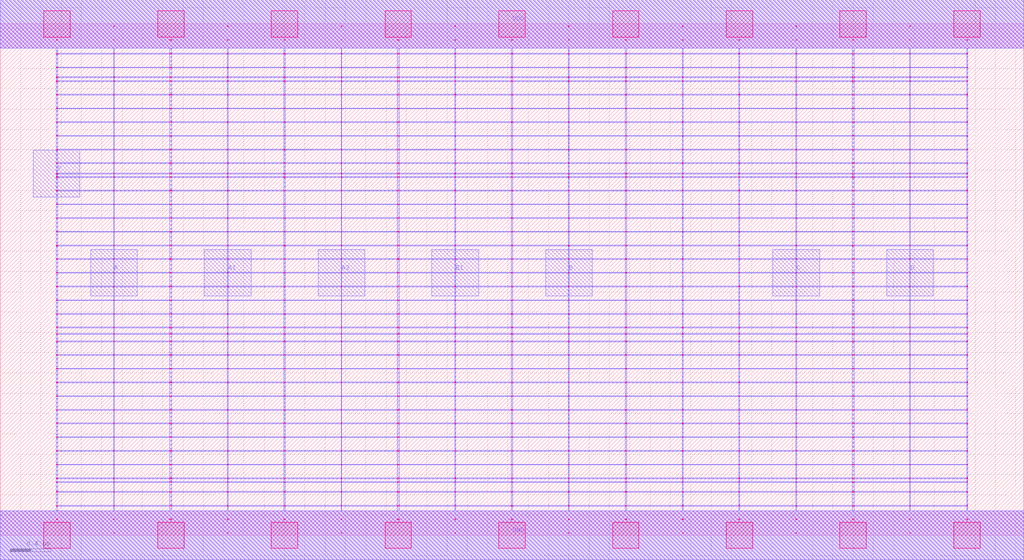
<source format=lef>
MACRO AAOAOI3211_DEBUG
 CLASS CORE ;
 FOREIGN AAOAOI3211_DEBUG 0 0 ;
 SIZE 10.08 BY 5.04 ;
 ORIGIN 0 0 ;
 SYMMETRY X Y R90 ;
 SITE unit ;
  PIN VDD
   DIRECTION INOUT ;
   USE SIGNAL ;
   SHAPE ABUTMENT ;
    PORT
     CLASS CORE ;
       LAYER met1 ;
        RECT 0.00000000 4.80000000 10.08000000 5.28000000 ;
       LAYER met2 ;
        RECT 0.00000000 4.80000000 10.08000000 5.28000000 ;
    END
  END VDD

  PIN GND
   DIRECTION INOUT ;
   USE SIGNAL ;
   SHAPE ABUTMENT ;
    PORT
     CLASS CORE ;
       LAYER met1 ;
        RECT 0.00000000 -0.24000000 10.08000000 0.24000000 ;
       LAYER met2 ;
        RECT 0.00000000 -0.24000000 10.08000000 0.24000000 ;
    END
  END GND

  PIN Y
   DIRECTION INOUT ;
   USE SIGNAL ;
   SHAPE ABUTMENT ;
    PORT
     CLASS CORE ;
       LAYER met2 ;
        RECT 0.32500000 3.33500000 0.78500000 3.79500000 ;
    END
  END Y

  PIN A1
   DIRECTION INOUT ;
   USE SIGNAL ;
   SHAPE ABUTMENT ;
    PORT
     CLASS CORE ;
       LAYER met2 ;
        RECT 2.01000000 2.35700000 2.47000000 2.81700000 ;
    END
  END A1

  PIN C
   DIRECTION INOUT ;
   USE SIGNAL ;
   SHAPE ABUTMENT ;
    PORT
     CLASS CORE ;
       LAYER met2 ;
        RECT 7.61000000 2.35700000 8.07000000 2.81700000 ;
    END
  END C

  PIN D
   DIRECTION INOUT ;
   USE SIGNAL ;
   SHAPE ABUTMENT ;
    PORT
     CLASS CORE ;
       LAYER met2 ;
        RECT 8.73000000 2.35700000 9.19000000 2.81700000 ;
    END
  END D

  PIN B
   DIRECTION INOUT ;
   USE SIGNAL ;
   SHAPE ABUTMENT ;
    PORT
     CLASS CORE ;
       LAYER met2 ;
        RECT 5.37000000 2.35700000 5.83000000 2.81700000 ;
    END
  END B

  PIN A2
   DIRECTION INOUT ;
   USE SIGNAL ;
   SHAPE ABUTMENT ;
    PORT
     CLASS CORE ;
       LAYER met2 ;
        RECT 3.13000000 2.35700000 3.59000000 2.81700000 ;
    END
  END A2

  PIN A
   DIRECTION INOUT ;
   USE SIGNAL ;
   SHAPE ABUTMENT ;
    PORT
     CLASS CORE ;
       LAYER met2 ;
        RECT 0.89000000 2.35700000 1.35000000 2.81700000 ;
    END
  END A

  PIN B1
   DIRECTION INOUT ;
   USE SIGNAL ;
   SHAPE ABUTMENT ;
    PORT
     CLASS CORE ;
       LAYER met2 ;
        RECT 4.25000000 2.35700000 4.71000000 2.81700000 ;
    END
  END B1

 OBS
    LAYER polycont ;
     RECT 5.03100000 2.58300000 5.04900000 2.59100000 ;
     RECT 5.03100000 2.71800000 5.04900000 2.72600000 ;
     RECT 5.03100000 2.85300000 5.04900000 2.86100000 ;
     RECT 5.03100000 2.98800000 5.04900000 2.99600000 ;
     RECT 7.27100000 2.58300000 7.28400000 2.59100000 ;
     RECT 7.83600000 2.58300000 7.84400000 2.59100000 ;
     RECT 8.39100000 2.58300000 8.40900000 2.59100000 ;
     RECT 8.95600000 2.58300000 8.96400000 2.59100000 ;
     RECT 9.51600000 2.58300000 9.52900000 2.59100000 ;
     RECT 5.59600000 2.58300000 5.60400000 2.59100000 ;
     RECT 5.59600000 2.71800000 5.60400000 2.72600000 ;
     RECT 6.15600000 2.71800000 6.16900000 2.72600000 ;
     RECT 6.71600000 2.71800000 6.72400000 2.72600000 ;
     RECT 7.27100000 2.71800000 7.28400000 2.72600000 ;
     RECT 7.83600000 2.71800000 7.84400000 2.72600000 ;
     RECT 8.39100000 2.71800000 8.40900000 2.72600000 ;
     RECT 8.95600000 2.71800000 8.96400000 2.72600000 ;
     RECT 9.51600000 2.71800000 9.52900000 2.72600000 ;
     RECT 6.15600000 2.58300000 6.16900000 2.59100000 ;
     RECT 5.59600000 2.85300000 5.60400000 2.86100000 ;
     RECT 6.15600000 2.85300000 6.16900000 2.86100000 ;
     RECT 6.71600000 2.85300000 6.72400000 2.86100000 ;
     RECT 7.27100000 2.85300000 7.28400000 2.86100000 ;
     RECT 7.83600000 2.85300000 7.84400000 2.86100000 ;
     RECT 8.39100000 2.85300000 8.40900000 2.86100000 ;
     RECT 8.95600000 2.85300000 8.96400000 2.86100000 ;
     RECT 9.51600000 2.85300000 9.52900000 2.86100000 ;
     RECT 6.71600000 2.58300000 6.72400000 2.59100000 ;
     RECT 5.59600000 2.98800000 5.60400000 2.99600000 ;
     RECT 6.15600000 2.98800000 6.16900000 2.99600000 ;
     RECT 6.71600000 2.98800000 6.72400000 2.99600000 ;
     RECT 7.27100000 2.98800000 7.28400000 2.99600000 ;
     RECT 7.83600000 2.98800000 7.84400000 2.99600000 ;
     RECT 8.39100000 2.98800000 8.40900000 2.99600000 ;
     RECT 8.95600000 2.98800000 8.96400000 2.99600000 ;
     RECT 9.51600000 2.98800000 9.52900000 2.99600000 ;
     RECT 6.71600000 3.12300000 6.72400000 3.13100000 ;
     RECT 6.71600000 3.25800000 6.72400000 3.26600000 ;
     RECT 6.71600000 3.39300000 6.72400000 3.40100000 ;
     RECT 6.71600000 3.52800000 6.72400000 3.53600000 ;
     RECT 6.71600000 3.56100000 6.72400000 3.56900000 ;
     RECT 6.71600000 3.66300000 6.72400000 3.67100000 ;
     RECT 6.71600000 3.79800000 6.72400000 3.80600000 ;
     RECT 6.71600000 3.93300000 6.72400000 3.94100000 ;
     RECT 6.71600000 4.06800000 6.72400000 4.07600000 ;
     RECT 6.71600000 4.20300000 6.72400000 4.21100000 ;
     RECT 6.71600000 4.33800000 6.72400000 4.34600000 ;
     RECT 6.71600000 4.47300000 6.72400000 4.48100000 ;
     RECT 6.71600000 4.51100000 6.72400000 4.51900000 ;
     RECT 6.71600000 4.60800000 6.72400000 4.61600000 ;
     RECT 6.71600000 4.74300000 6.72400000 4.75100000 ;
     RECT 6.71600000 4.87800000 6.72400000 4.88600000 ;
     RECT 1.11600000 2.98800000 1.12400000 2.99600000 ;
     RECT 1.67100000 2.98800000 1.68900000 2.99600000 ;
     RECT 2.23600000 2.98800000 2.24400000 2.99600000 ;
     RECT 2.79100000 2.98800000 2.80900000 2.99600000 ;
     RECT 3.35600000 2.98800000 3.36400000 2.99600000 ;
     RECT 3.91100000 2.98800000 3.92900000 2.99600000 ;
     RECT 4.47600000 2.98800000 4.48400000 2.99600000 ;
     RECT 2.23600000 2.58300000 2.24400000 2.59100000 ;
     RECT 2.79100000 2.58300000 2.80900000 2.59100000 ;
     RECT 3.35600000 2.58300000 3.36400000 2.59100000 ;
     RECT 3.91100000 2.58300000 3.92900000 2.59100000 ;
     RECT 4.47600000 2.58300000 4.48400000 2.59100000 ;
     RECT 0.55100000 2.58300000 0.56400000 2.59100000 ;
     RECT 0.55100000 2.71800000 0.56400000 2.72600000 ;
     RECT 0.55100000 2.85300000 0.56400000 2.86100000 ;
     RECT 1.11600000 2.85300000 1.12400000 2.86100000 ;
     RECT 1.67100000 2.85300000 1.68900000 2.86100000 ;
     RECT 2.23600000 2.85300000 2.24400000 2.86100000 ;
     RECT 2.79100000 2.85300000 2.80900000 2.86100000 ;
     RECT 3.35600000 2.85300000 3.36400000 2.86100000 ;
     RECT 3.91100000 2.85300000 3.92900000 2.86100000 ;
     RECT 4.47600000 2.85300000 4.48400000 2.86100000 ;
     RECT 1.11600000 2.71800000 1.12400000 2.72600000 ;
     RECT 1.67100000 2.71800000 1.68900000 2.72600000 ;
     RECT 2.23600000 2.71800000 2.24400000 2.72600000 ;
     RECT 2.79100000 2.71800000 2.80900000 2.72600000 ;
     RECT 3.35600000 2.71800000 3.36400000 2.72600000 ;
     RECT 3.91100000 2.71800000 3.92900000 2.72600000 ;
     RECT 4.47600000 2.71800000 4.48400000 2.72600000 ;
     RECT 1.11600000 2.58300000 1.12400000 2.59100000 ;
     RECT 1.67100000 2.58300000 1.68900000 2.59100000 ;
     RECT 0.55100000 2.98800000 0.56400000 2.99600000 ;
     RECT 6.71600000 0.55800000 6.72400000 0.56600000 ;
     RECT 6.71600000 0.69300000 6.72400000 0.70100000 ;
     RECT 6.71600000 0.82800000 6.72400000 0.83600000 ;
     RECT 6.71600000 0.96300000 6.72400000 0.97100000 ;
     RECT 6.71600000 1.09800000 6.72400000 1.10600000 ;
     RECT 6.71600000 1.23300000 6.72400000 1.24100000 ;
     RECT 6.71600000 1.36800000 6.72400000 1.37600000 ;
     RECT 6.71600000 1.50300000 6.72400000 1.51100000 ;
     RECT 6.71600000 1.63800000 6.72400000 1.64600000 ;
     RECT 6.71600000 1.77300000 6.72400000 1.78100000 ;
     RECT 6.71600000 1.90800000 6.72400000 1.91600000 ;
     RECT 6.71600000 1.98100000 6.72400000 1.98900000 ;
     RECT 6.71600000 2.04300000 6.72400000 2.05100000 ;
     RECT 6.71600000 2.17800000 6.72400000 2.18600000 ;
     RECT 6.71600000 2.31300000 6.72400000 2.32100000 ;
     RECT 6.71600000 2.44800000 6.72400000 2.45600000 ;
     RECT 6.71600000 0.15300000 6.72400000 0.16100000 ;
     RECT 6.71600000 0.28800000 6.72400000 0.29600000 ;
     RECT 6.71600000 0.42300000 6.72400000 0.43100000 ;
     RECT 6.71600000 0.52100000 6.72400000 0.52900000 ;

    LAYER pdiffc ;
     RECT 0.55100000 3.39300000 0.55900000 3.40100000 ;
     RECT 6.16100000 3.39300000 6.16900000 3.40100000 ;
     RECT 7.27100000 3.39300000 7.27900000 3.40100000 ;
     RECT 9.52100000 3.39300000 9.52900000 3.40100000 ;
     RECT 0.55100000 3.52800000 0.55900000 3.53600000 ;
     RECT 6.16100000 3.52800000 6.16900000 3.53600000 ;
     RECT 7.27100000 3.52800000 7.27900000 3.53600000 ;
     RECT 9.52100000 3.52800000 9.52900000 3.53600000 ;
     RECT 0.55100000 3.56100000 0.55900000 3.56900000 ;
     RECT 6.16100000 3.56100000 6.16900000 3.56900000 ;
     RECT 7.27100000 3.56100000 7.27900000 3.56900000 ;
     RECT 9.52100000 3.56100000 9.52900000 3.56900000 ;
     RECT 0.55100000 3.66300000 0.55900000 3.67100000 ;
     RECT 6.16100000 3.66300000 6.16900000 3.67100000 ;
     RECT 7.27100000 3.66300000 7.27900000 3.67100000 ;
     RECT 9.52100000 3.66300000 9.52900000 3.67100000 ;
     RECT 0.55100000 3.79800000 0.55900000 3.80600000 ;
     RECT 6.16100000 3.79800000 6.16900000 3.80600000 ;
     RECT 7.27100000 3.79800000 7.27900000 3.80600000 ;
     RECT 9.52100000 3.79800000 9.52900000 3.80600000 ;
     RECT 0.55100000 3.93300000 0.55900000 3.94100000 ;
     RECT 6.16100000 3.93300000 6.16900000 3.94100000 ;
     RECT 7.27100000 3.93300000 7.27900000 3.94100000 ;
     RECT 9.52100000 3.93300000 9.52900000 3.94100000 ;
     RECT 0.55100000 4.06800000 0.55900000 4.07600000 ;
     RECT 6.16100000 4.06800000 6.16900000 4.07600000 ;
     RECT 7.27100000 4.06800000 7.27900000 4.07600000 ;
     RECT 9.52100000 4.06800000 9.52900000 4.07600000 ;
     RECT 0.55100000 4.20300000 0.55900000 4.21100000 ;
     RECT 6.16100000 4.20300000 6.16900000 4.21100000 ;
     RECT 7.27100000 4.20300000 7.27900000 4.21100000 ;
     RECT 9.52100000 4.20300000 9.52900000 4.21100000 ;
     RECT 0.55100000 4.33800000 0.55900000 4.34600000 ;
     RECT 6.16100000 4.33800000 6.16900000 4.34600000 ;
     RECT 7.27100000 4.33800000 7.27900000 4.34600000 ;
     RECT 9.52100000 4.33800000 9.52900000 4.34600000 ;
     RECT 0.55100000 4.47300000 0.55900000 4.48100000 ;
     RECT 6.16100000 4.47300000 6.16900000 4.48100000 ;
     RECT 7.27100000 4.47300000 7.27900000 4.48100000 ;
     RECT 9.52100000 4.47300000 9.52900000 4.48100000 ;
     RECT 0.55100000 4.51100000 0.55900000 4.51900000 ;
     RECT 6.16100000 4.51100000 6.16900000 4.51900000 ;
     RECT 7.27100000 4.51100000 7.27900000 4.51900000 ;
     RECT 9.52100000 4.51100000 9.52900000 4.51900000 ;
     RECT 0.55100000 4.60800000 0.55900000 4.61600000 ;
     RECT 6.16100000 4.60800000 6.16900000 4.61600000 ;
     RECT 7.27100000 4.60800000 7.27900000 4.61600000 ;
     RECT 9.52100000 4.60800000 9.52900000 4.61600000 ;

    LAYER ndiffc ;
     RECT 5.03100000 0.42300000 5.04900000 0.43100000 ;
     RECT 5.03100000 0.52100000 5.04900000 0.52900000 ;
     RECT 5.03100000 0.55800000 5.04900000 0.56600000 ;
     RECT 5.03100000 0.69300000 5.04900000 0.70100000 ;
     RECT 5.03100000 0.82800000 5.04900000 0.83600000 ;
     RECT 5.03100000 0.96300000 5.04900000 0.97100000 ;
     RECT 5.03100000 1.09800000 5.04900000 1.10600000 ;
     RECT 5.03100000 1.23300000 5.04900000 1.24100000 ;
     RECT 5.03100000 1.36800000 5.04900000 1.37600000 ;
     RECT 5.03100000 1.50300000 5.04900000 1.51100000 ;
     RECT 5.03100000 1.63800000 5.04900000 1.64600000 ;
     RECT 5.03100000 1.77300000 5.04900000 1.78100000 ;
     RECT 5.03100000 1.90800000 5.04900000 1.91600000 ;
     RECT 5.03100000 1.98100000 5.04900000 1.98900000 ;
     RECT 5.03100000 2.04300000 5.04900000 2.05100000 ;
     RECT 8.39100000 0.42300000 8.40900000 0.43100000 ;
     RECT 6.15600000 0.69300000 6.16900000 0.70100000 ;
     RECT 7.27100000 0.69300000 7.28400000 0.70100000 ;
     RECT 8.39100000 0.69300000 8.40900000 0.70100000 ;
     RECT 9.51600000 0.69300000 9.52900000 0.70100000 ;
     RECT 9.51600000 0.42300000 9.52900000 0.43100000 ;
     RECT 6.15600000 0.82800000 6.16900000 0.83600000 ;
     RECT 7.27100000 0.82800000 7.28400000 0.83600000 ;
     RECT 8.39100000 0.82800000 8.40900000 0.83600000 ;
     RECT 9.51600000 0.82800000 9.52900000 0.83600000 ;
     RECT 6.15600000 0.42300000 6.16900000 0.43100000 ;
     RECT 6.15600000 0.96300000 6.16900000 0.97100000 ;
     RECT 7.27100000 0.96300000 7.28400000 0.97100000 ;
     RECT 8.39100000 0.96300000 8.40900000 0.97100000 ;
     RECT 9.51600000 0.96300000 9.52900000 0.97100000 ;
     RECT 6.15600000 0.52100000 6.16900000 0.52900000 ;
     RECT 6.15600000 1.09800000 6.16900000 1.10600000 ;
     RECT 7.27100000 1.09800000 7.28400000 1.10600000 ;
     RECT 8.39100000 1.09800000 8.40900000 1.10600000 ;
     RECT 9.51600000 1.09800000 9.52900000 1.10600000 ;
     RECT 7.27100000 0.52100000 7.28400000 0.52900000 ;
     RECT 6.15600000 1.23300000 6.16900000 1.24100000 ;
     RECT 7.27100000 1.23300000 7.28400000 1.24100000 ;
     RECT 8.39100000 1.23300000 8.40900000 1.24100000 ;
     RECT 9.51600000 1.23300000 9.52900000 1.24100000 ;
     RECT 8.39100000 0.52100000 8.40900000 0.52900000 ;
     RECT 6.15600000 1.36800000 6.16900000 1.37600000 ;
     RECT 7.27100000 1.36800000 7.28400000 1.37600000 ;
     RECT 8.39100000 1.36800000 8.40900000 1.37600000 ;
     RECT 9.51600000 1.36800000 9.52900000 1.37600000 ;
     RECT 9.51600000 0.52100000 9.52900000 0.52900000 ;
     RECT 6.15600000 1.50300000 6.16900000 1.51100000 ;
     RECT 7.27100000 1.50300000 7.28400000 1.51100000 ;
     RECT 8.39100000 1.50300000 8.40900000 1.51100000 ;
     RECT 9.51600000 1.50300000 9.52900000 1.51100000 ;
     RECT 7.27100000 0.42300000 7.28400000 0.43100000 ;
     RECT 6.15600000 1.63800000 6.16900000 1.64600000 ;
     RECT 7.27100000 1.63800000 7.28400000 1.64600000 ;
     RECT 8.39100000 1.63800000 8.40900000 1.64600000 ;
     RECT 9.51600000 1.63800000 9.52900000 1.64600000 ;
     RECT 6.15600000 0.55800000 6.16900000 0.56600000 ;
     RECT 6.15600000 1.77300000 6.16900000 1.78100000 ;
     RECT 7.27100000 1.77300000 7.28400000 1.78100000 ;
     RECT 8.39100000 1.77300000 8.40900000 1.78100000 ;
     RECT 9.51600000 1.77300000 9.52900000 1.78100000 ;
     RECT 7.27100000 0.55800000 7.28400000 0.56600000 ;
     RECT 6.15600000 1.90800000 6.16900000 1.91600000 ;
     RECT 7.27100000 1.90800000 7.28400000 1.91600000 ;
     RECT 8.39100000 1.90800000 8.40900000 1.91600000 ;
     RECT 9.51600000 1.90800000 9.52900000 1.91600000 ;
     RECT 8.39100000 0.55800000 8.40900000 0.56600000 ;
     RECT 6.15600000 1.98100000 6.16900000 1.98900000 ;
     RECT 7.27100000 1.98100000 7.28400000 1.98900000 ;
     RECT 8.39100000 1.98100000 8.40900000 1.98900000 ;
     RECT 9.51600000 1.98100000 9.52900000 1.98900000 ;
     RECT 9.51600000 0.55800000 9.52900000 0.56600000 ;
     RECT 6.15600000 2.04300000 6.16900000 2.05100000 ;
     RECT 7.27100000 2.04300000 7.28400000 2.05100000 ;
     RECT 8.39100000 2.04300000 8.40900000 2.05100000 ;
     RECT 9.51600000 2.04300000 9.52900000 2.05100000 ;
     RECT 3.91100000 1.36800000 3.92900000 1.37600000 ;
     RECT 2.79100000 0.55800000 2.80900000 0.56600000 ;
     RECT 3.91100000 0.55800000 3.92900000 0.56600000 ;
     RECT 1.67100000 0.52100000 1.68900000 0.52900000 ;
     RECT 2.79100000 0.52100000 2.80900000 0.52900000 ;
     RECT 3.91100000 0.52100000 3.92900000 0.52900000 ;
     RECT 0.55100000 1.50300000 0.56400000 1.51100000 ;
     RECT 1.67100000 1.50300000 1.68900000 1.51100000 ;
     RECT 2.79100000 1.50300000 2.80900000 1.51100000 ;
     RECT 3.91100000 1.50300000 3.92900000 1.51100000 ;
     RECT 0.55100000 0.96300000 0.56400000 0.97100000 ;
     RECT 1.67100000 0.96300000 1.68900000 0.97100000 ;
     RECT 2.79100000 0.96300000 2.80900000 0.97100000 ;
     RECT 3.91100000 0.96300000 3.92900000 0.97100000 ;
     RECT 1.67100000 0.42300000 1.68900000 0.43100000 ;
     RECT 0.55100000 1.63800000 0.56400000 1.64600000 ;
     RECT 1.67100000 1.63800000 1.68900000 1.64600000 ;
     RECT 2.79100000 1.63800000 2.80900000 1.64600000 ;
     RECT 3.91100000 1.63800000 3.92900000 1.64600000 ;
     RECT 2.79100000 0.42300000 2.80900000 0.43100000 ;
     RECT 0.55100000 0.69300000 0.56400000 0.70100000 ;
     RECT 1.67100000 0.69300000 1.68900000 0.70100000 ;
     RECT 2.79100000 0.69300000 2.80900000 0.70100000 ;
     RECT 0.55100000 1.09800000 0.56400000 1.10600000 ;
     RECT 0.55100000 1.77300000 0.56400000 1.78100000 ;
     RECT 1.67100000 1.77300000 1.68900000 1.78100000 ;
     RECT 2.79100000 1.77300000 2.80900000 1.78100000 ;
     RECT 3.91100000 1.77300000 3.92900000 1.78100000 ;
     RECT 1.67100000 1.09800000 1.68900000 1.10600000 ;
     RECT 2.79100000 1.09800000 2.80900000 1.10600000 ;
     RECT 3.91100000 1.09800000 3.92900000 1.10600000 ;
     RECT 3.91100000 0.69300000 3.92900000 0.70100000 ;
     RECT 3.91100000 0.42300000 3.92900000 0.43100000 ;
     RECT 0.55100000 1.90800000 0.56400000 1.91600000 ;
     RECT 1.67100000 1.90800000 1.68900000 1.91600000 ;
     RECT 2.79100000 1.90800000 2.80900000 1.91600000 ;
     RECT 3.91100000 1.90800000 3.92900000 1.91600000 ;
     RECT 0.55100000 0.42300000 0.56400000 0.43100000 ;
     RECT 0.55100000 0.52100000 0.56400000 0.52900000 ;
     RECT 0.55100000 0.55800000 0.56400000 0.56600000 ;
     RECT 0.55100000 1.23300000 0.56400000 1.24100000 ;
     RECT 1.67100000 1.23300000 1.68900000 1.24100000 ;
     RECT 0.55100000 1.98100000 0.56400000 1.98900000 ;
     RECT 1.67100000 1.98100000 1.68900000 1.98900000 ;
     RECT 2.79100000 1.98100000 2.80900000 1.98900000 ;
     RECT 3.91100000 1.98100000 3.92900000 1.98900000 ;
     RECT 2.79100000 1.23300000 2.80900000 1.24100000 ;
     RECT 3.91100000 1.23300000 3.92900000 1.24100000 ;
     RECT 1.67100000 0.55800000 1.68900000 0.56600000 ;
     RECT 0.55100000 0.82800000 0.56400000 0.83600000 ;
     RECT 1.67100000 0.82800000 1.68900000 0.83600000 ;
     RECT 0.55100000 2.04300000 0.56400000 2.05100000 ;
     RECT 1.67100000 2.04300000 1.68900000 2.05100000 ;
     RECT 2.79100000 2.04300000 2.80900000 2.05100000 ;
     RECT 3.91100000 2.04300000 3.92900000 2.05100000 ;
     RECT 2.79100000 0.82800000 2.80900000 0.83600000 ;
     RECT 3.91100000 0.82800000 3.92900000 0.83600000 ;
     RECT 0.55100000 1.36800000 0.56400000 1.37600000 ;
     RECT 1.67100000 1.36800000 1.68900000 1.37600000 ;
     RECT 2.79100000 1.36800000 2.80900000 1.37600000 ;

    LAYER met1 ;
     RECT 0.00000000 -0.24000000 10.08000000 0.24000000 ;
     RECT 5.03100000 0.24000000 5.04900000 0.28800000 ;
     RECT 0.55100000 0.28800000 9.52900000 0.29600000 ;
     RECT 5.03100000 0.29600000 5.04900000 0.42300000 ;
     RECT 0.55100000 0.42300000 9.52900000 0.43100000 ;
     RECT 5.03100000 0.43100000 5.04900000 0.52100000 ;
     RECT 0.55100000 0.52100000 9.52900000 0.52900000 ;
     RECT 5.03100000 0.52900000 5.04900000 0.55800000 ;
     RECT 0.55100000 0.55800000 9.52900000 0.56600000 ;
     RECT 5.03100000 0.56600000 5.04900000 0.69300000 ;
     RECT 0.55100000 0.69300000 9.52900000 0.70100000 ;
     RECT 5.03100000 0.70100000 5.04900000 0.82800000 ;
     RECT 0.55100000 0.82800000 9.52900000 0.83600000 ;
     RECT 5.03100000 0.83600000 5.04900000 0.96300000 ;
     RECT 0.55100000 0.96300000 9.52900000 0.97100000 ;
     RECT 5.03100000 0.97100000 5.04900000 1.09800000 ;
     RECT 0.55100000 1.09800000 9.52900000 1.10600000 ;
     RECT 5.03100000 1.10600000 5.04900000 1.23300000 ;
     RECT 0.55100000 1.23300000 9.52900000 1.24100000 ;
     RECT 5.03100000 1.24100000 5.04900000 1.36800000 ;
     RECT 0.55100000 1.36800000 9.52900000 1.37600000 ;
     RECT 5.03100000 1.37600000 5.04900000 1.50300000 ;
     RECT 0.55100000 1.50300000 9.52900000 1.51100000 ;
     RECT 5.03100000 1.51100000 5.04900000 1.63800000 ;
     RECT 0.55100000 1.63800000 9.52900000 1.64600000 ;
     RECT 5.03100000 1.64600000 5.04900000 1.77300000 ;
     RECT 0.55100000 1.77300000 9.52900000 1.78100000 ;
     RECT 5.03100000 1.78100000 5.04900000 1.90800000 ;
     RECT 0.55100000 1.90800000 9.52900000 1.91600000 ;
     RECT 5.03100000 1.91600000 5.04900000 1.98100000 ;
     RECT 0.55100000 1.98100000 9.52900000 1.98900000 ;
     RECT 5.03100000 1.98900000 5.04900000 2.04300000 ;
     RECT 0.55100000 2.04300000 9.52900000 2.05100000 ;
     RECT 5.03100000 2.05100000 5.04900000 2.17800000 ;
     RECT 0.55100000 2.17800000 9.52900000 2.18600000 ;
     RECT 5.03100000 2.18600000 5.04900000 2.31300000 ;
     RECT 0.55100000 2.31300000 9.52900000 2.32100000 ;
     RECT 5.03100000 2.32100000 5.04900000 2.44800000 ;
     RECT 0.55100000 2.44800000 9.52900000 2.45600000 ;
     RECT 0.55100000 2.45600000 0.56400000 2.58300000 ;
     RECT 1.11600000 2.45600000 1.12400000 2.58300000 ;
     RECT 1.67100000 2.45600000 1.68900000 2.58300000 ;
     RECT 2.23600000 2.45600000 2.24400000 2.58300000 ;
     RECT 2.79100000 2.45600000 2.80900000 2.58300000 ;
     RECT 3.35600000 2.45600000 3.36400000 2.58300000 ;
     RECT 3.91100000 2.45600000 3.92900000 2.58300000 ;
     RECT 4.47600000 2.45600000 4.48400000 2.58300000 ;
     RECT 5.03100000 2.45600000 5.04900000 2.58300000 ;
     RECT 5.59600000 2.45600000 5.60400000 2.58300000 ;
     RECT 6.15600000 2.45600000 6.16900000 2.58300000 ;
     RECT 6.71600000 2.45600000 6.72400000 2.58300000 ;
     RECT 7.27100000 2.45600000 7.28400000 2.58300000 ;
     RECT 7.83600000 2.45600000 7.84400000 2.58300000 ;
     RECT 8.39100000 2.45600000 8.40900000 2.58300000 ;
     RECT 8.95600000 2.45600000 8.96400000 2.58300000 ;
     RECT 9.51600000 2.45600000 9.52900000 2.58300000 ;
     RECT 0.55100000 2.58300000 9.52900000 2.59100000 ;
     RECT 5.03100000 2.59100000 5.04900000 2.71800000 ;
     RECT 0.55100000 2.71800000 9.52900000 2.72600000 ;
     RECT 5.03100000 2.72600000 5.04900000 2.85300000 ;
     RECT 0.55100000 2.85300000 9.52900000 2.86100000 ;
     RECT 5.03100000 2.86100000 5.04900000 2.98800000 ;
     RECT 0.55100000 2.98800000 9.52900000 2.99600000 ;
     RECT 5.03100000 2.99600000 5.04900000 3.12300000 ;
     RECT 0.55100000 3.12300000 9.52900000 3.13100000 ;
     RECT 5.03100000 3.13100000 5.04900000 3.25800000 ;
     RECT 0.55100000 3.25800000 9.52900000 3.26600000 ;
     RECT 5.03100000 3.26600000 5.04900000 3.39300000 ;
     RECT 0.55100000 3.39300000 9.52900000 3.40100000 ;
     RECT 5.03100000 3.40100000 5.04900000 3.52800000 ;
     RECT 0.55100000 3.52800000 9.52900000 3.53600000 ;
     RECT 5.03100000 3.53600000 5.04900000 3.56100000 ;
     RECT 0.55100000 3.56100000 9.52900000 3.56900000 ;
     RECT 5.03100000 3.56900000 5.04900000 3.66300000 ;
     RECT 0.55100000 3.66300000 9.52900000 3.67100000 ;
     RECT 5.03100000 3.67100000 5.04900000 3.79800000 ;
     RECT 0.55100000 3.79800000 9.52900000 3.80600000 ;
     RECT 5.03100000 3.80600000 5.04900000 3.93300000 ;
     RECT 0.55100000 3.93300000 9.52900000 3.94100000 ;
     RECT 5.03100000 3.94100000 5.04900000 4.06800000 ;
     RECT 0.55100000 4.06800000 9.52900000 4.07600000 ;
     RECT 5.03100000 4.07600000 5.04900000 4.20300000 ;
     RECT 0.55100000 4.20300000 9.52900000 4.21100000 ;
     RECT 5.03100000 4.21100000 5.04900000 4.33800000 ;
     RECT 0.55100000 4.33800000 9.52900000 4.34600000 ;
     RECT 5.03100000 4.34600000 5.04900000 4.47300000 ;
     RECT 0.55100000 4.47300000 9.52900000 4.48100000 ;
     RECT 5.03100000 4.48100000 5.04900000 4.51100000 ;
     RECT 0.55100000 4.51100000 9.52900000 4.51900000 ;
     RECT 5.03100000 4.51900000 5.04900000 4.60800000 ;
     RECT 0.55100000 4.60800000 9.52900000 4.61600000 ;
     RECT 5.03100000 4.61600000 5.04900000 4.74300000 ;
     RECT 0.55100000 4.74300000 9.52900000 4.75100000 ;
     RECT 5.03100000 4.75100000 5.04900000 4.80000000 ;
     RECT 0.00000000 4.80000000 10.08000000 5.28000000 ;
     RECT 5.59600000 3.80600000 5.60400000 3.93300000 ;
     RECT 6.15600000 3.80600000 6.16900000 3.93300000 ;
     RECT 6.71600000 3.80600000 6.72400000 3.93300000 ;
     RECT 7.27100000 3.80600000 7.28400000 3.93300000 ;
     RECT 7.83600000 3.80600000 7.84400000 3.93300000 ;
     RECT 8.39100000 3.80600000 8.40900000 3.93300000 ;
     RECT 8.95600000 3.80600000 8.96400000 3.93300000 ;
     RECT 9.51600000 3.80600000 9.52900000 3.93300000 ;
     RECT 7.83600000 3.94100000 7.84400000 4.06800000 ;
     RECT 8.39100000 3.94100000 8.40900000 4.06800000 ;
     RECT 8.95600000 3.94100000 8.96400000 4.06800000 ;
     RECT 9.51600000 3.94100000 9.52900000 4.06800000 ;
     RECT 7.83600000 4.07600000 7.84400000 4.20300000 ;
     RECT 8.39100000 4.07600000 8.40900000 4.20300000 ;
     RECT 8.95600000 4.07600000 8.96400000 4.20300000 ;
     RECT 9.51600000 4.07600000 9.52900000 4.20300000 ;
     RECT 7.83600000 4.21100000 7.84400000 4.33800000 ;
     RECT 8.39100000 4.21100000 8.40900000 4.33800000 ;
     RECT 8.95600000 4.21100000 8.96400000 4.33800000 ;
     RECT 9.51600000 4.21100000 9.52900000 4.33800000 ;
     RECT 7.83600000 4.34600000 7.84400000 4.47300000 ;
     RECT 8.39100000 4.34600000 8.40900000 4.47300000 ;
     RECT 8.95600000 4.34600000 8.96400000 4.47300000 ;
     RECT 9.51600000 4.34600000 9.52900000 4.47300000 ;
     RECT 7.83600000 4.48100000 7.84400000 4.51100000 ;
     RECT 8.39100000 4.48100000 8.40900000 4.51100000 ;
     RECT 8.95600000 4.48100000 8.96400000 4.51100000 ;
     RECT 9.51600000 4.48100000 9.52900000 4.51100000 ;
     RECT 7.83600000 4.51900000 7.84400000 4.60800000 ;
     RECT 8.39100000 4.51900000 8.40900000 4.60800000 ;
     RECT 8.95600000 4.51900000 8.96400000 4.60800000 ;
     RECT 9.51600000 4.51900000 9.52900000 4.60800000 ;
     RECT 7.83600000 4.61600000 7.84400000 4.74300000 ;
     RECT 8.39100000 4.61600000 8.40900000 4.74300000 ;
     RECT 8.95600000 4.61600000 8.96400000 4.74300000 ;
     RECT 9.51600000 4.61600000 9.52900000 4.74300000 ;
     RECT 7.83600000 4.75100000 7.84400000 4.80000000 ;
     RECT 8.39100000 4.75100000 8.40900000 4.80000000 ;
     RECT 8.95600000 4.75100000 8.96400000 4.80000000 ;
     RECT 9.51600000 4.75100000 9.52900000 4.80000000 ;
     RECT 5.59600000 4.48100000 5.60400000 4.51100000 ;
     RECT 6.15600000 4.48100000 6.16900000 4.51100000 ;
     RECT 6.71600000 4.48100000 6.72400000 4.51100000 ;
     RECT 7.27100000 4.48100000 7.28400000 4.51100000 ;
     RECT 5.59600000 4.21100000 5.60400000 4.33800000 ;
     RECT 6.15600000 4.21100000 6.16900000 4.33800000 ;
     RECT 6.71600000 4.21100000 6.72400000 4.33800000 ;
     RECT 7.27100000 4.21100000 7.28400000 4.33800000 ;
     RECT 5.59600000 4.51900000 5.60400000 4.60800000 ;
     RECT 6.15600000 4.51900000 6.16900000 4.60800000 ;
     RECT 6.71600000 4.51900000 6.72400000 4.60800000 ;
     RECT 7.27100000 4.51900000 7.28400000 4.60800000 ;
     RECT 5.59600000 4.07600000 5.60400000 4.20300000 ;
     RECT 6.15600000 4.07600000 6.16900000 4.20300000 ;
     RECT 6.71600000 4.07600000 6.72400000 4.20300000 ;
     RECT 7.27100000 4.07600000 7.28400000 4.20300000 ;
     RECT 5.59600000 4.61600000 5.60400000 4.74300000 ;
     RECT 6.15600000 4.61600000 6.16900000 4.74300000 ;
     RECT 6.71600000 4.61600000 6.72400000 4.74300000 ;
     RECT 7.27100000 4.61600000 7.28400000 4.74300000 ;
     RECT 5.59600000 4.34600000 5.60400000 4.47300000 ;
     RECT 6.15600000 4.34600000 6.16900000 4.47300000 ;
     RECT 6.71600000 4.34600000 6.72400000 4.47300000 ;
     RECT 7.27100000 4.34600000 7.28400000 4.47300000 ;
     RECT 5.59600000 4.75100000 5.60400000 4.80000000 ;
     RECT 6.15600000 4.75100000 6.16900000 4.80000000 ;
     RECT 6.71600000 4.75100000 6.72400000 4.80000000 ;
     RECT 7.27100000 4.75100000 7.28400000 4.80000000 ;
     RECT 5.59600000 3.94100000 5.60400000 4.06800000 ;
     RECT 6.15600000 3.94100000 6.16900000 4.06800000 ;
     RECT 6.71600000 3.94100000 6.72400000 4.06800000 ;
     RECT 7.27100000 3.94100000 7.28400000 4.06800000 ;
     RECT 5.59600000 2.59100000 5.60400000 2.71800000 ;
     RECT 6.15600000 2.59100000 6.16900000 2.71800000 ;
     RECT 5.59600000 3.26600000 5.60400000 3.39300000 ;
     RECT 6.15600000 3.26600000 6.16900000 3.39300000 ;
     RECT 5.59600000 2.86100000 5.60400000 2.98800000 ;
     RECT 6.15600000 2.86100000 6.16900000 2.98800000 ;
     RECT 6.71600000 3.26600000 6.72400000 3.39300000 ;
     RECT 7.27100000 3.26600000 7.28400000 3.39300000 ;
     RECT 5.59600000 2.72600000 5.60400000 2.85300000 ;
     RECT 6.15600000 2.72600000 6.16900000 2.85300000 ;
     RECT 5.59600000 3.40100000 5.60400000 3.52800000 ;
     RECT 6.15600000 3.40100000 6.16900000 3.52800000 ;
     RECT 5.59600000 2.99600000 5.60400000 3.12300000 ;
     RECT 6.15600000 2.99600000 6.16900000 3.12300000 ;
     RECT 6.71600000 3.40100000 6.72400000 3.52800000 ;
     RECT 7.27100000 3.40100000 7.28400000 3.52800000 ;
     RECT 6.71600000 2.86100000 6.72400000 2.98800000 ;
     RECT 7.27100000 2.86100000 7.28400000 2.98800000 ;
     RECT 6.71600000 2.72600000 6.72400000 2.85300000 ;
     RECT 7.27100000 2.72600000 7.28400000 2.85300000 ;
     RECT 5.59600000 3.53600000 5.60400000 3.56100000 ;
     RECT 6.15600000 3.53600000 6.16900000 3.56100000 ;
     RECT 6.71600000 2.99600000 6.72400000 3.12300000 ;
     RECT 7.27100000 2.99600000 7.28400000 3.12300000 ;
     RECT 6.71600000 3.53600000 6.72400000 3.56100000 ;
     RECT 7.27100000 3.53600000 7.28400000 3.56100000 ;
     RECT 5.59600000 3.56900000 5.60400000 3.66300000 ;
     RECT 6.15600000 3.56900000 6.16900000 3.66300000 ;
     RECT 6.71600000 3.56900000 6.72400000 3.66300000 ;
     RECT 7.27100000 3.56900000 7.28400000 3.66300000 ;
     RECT 5.59600000 3.67100000 5.60400000 3.79800000 ;
     RECT 6.15600000 3.67100000 6.16900000 3.79800000 ;
     RECT 6.71600000 3.67100000 6.72400000 3.79800000 ;
     RECT 7.27100000 3.67100000 7.28400000 3.79800000 ;
     RECT 6.71600000 2.59100000 6.72400000 2.71800000 ;
     RECT 7.27100000 2.59100000 7.28400000 2.71800000 ;
     RECT 5.59600000 3.13100000 5.60400000 3.25800000 ;
     RECT 6.15600000 3.13100000 6.16900000 3.25800000 ;
     RECT 6.71600000 3.13100000 6.72400000 3.25800000 ;
     RECT 7.27100000 3.13100000 7.28400000 3.25800000 ;
     RECT 8.39100000 2.59100000 8.40900000 2.71800000 ;
     RECT 9.51600000 2.99600000 9.52900000 3.12300000 ;
     RECT 7.83600000 3.13100000 7.84400000 3.25800000 ;
     RECT 7.83600000 3.56900000 7.84400000 3.66300000 ;
     RECT 8.39100000 3.56900000 8.40900000 3.66300000 ;
     RECT 8.95600000 3.56900000 8.96400000 3.66300000 ;
     RECT 9.51600000 3.56900000 9.52900000 3.66300000 ;
     RECT 8.95600000 2.72600000 8.96400000 2.85300000 ;
     RECT 9.51600000 2.72600000 9.52900000 2.85300000 ;
     RECT 8.39100000 3.13100000 8.40900000 3.25800000 ;
     RECT 7.83600000 3.40100000 7.84400000 3.52800000 ;
     RECT 8.39100000 3.40100000 8.40900000 3.52800000 ;
     RECT 8.95600000 3.40100000 8.96400000 3.52800000 ;
     RECT 7.83600000 3.67100000 7.84400000 3.79800000 ;
     RECT 8.39100000 3.67100000 8.40900000 3.79800000 ;
     RECT 8.95600000 3.67100000 8.96400000 3.79800000 ;
     RECT 7.83600000 2.86100000 7.84400000 2.98800000 ;
     RECT 8.39100000 2.86100000 8.40900000 2.98800000 ;
     RECT 9.51600000 3.67100000 9.52900000 3.79800000 ;
     RECT 9.51600000 3.40100000 9.52900000 3.52800000 ;
     RECT 8.95600000 3.13100000 8.96400000 3.25800000 ;
     RECT 7.83600000 3.26600000 7.84400000 3.39300000 ;
     RECT 8.39100000 3.26600000 8.40900000 3.39300000 ;
     RECT 8.95600000 3.26600000 8.96400000 3.39300000 ;
     RECT 9.51600000 3.26600000 9.52900000 3.39300000 ;
     RECT 9.51600000 3.13100000 9.52900000 3.25800000 ;
     RECT 8.95600000 2.86100000 8.96400000 2.98800000 ;
     RECT 9.51600000 2.86100000 9.52900000 2.98800000 ;
     RECT 7.83600000 3.53600000 7.84400000 3.56100000 ;
     RECT 7.83600000 2.99600000 7.84400000 3.12300000 ;
     RECT 8.39100000 2.99600000 8.40900000 3.12300000 ;
     RECT 8.39100000 3.53600000 8.40900000 3.56100000 ;
     RECT 8.95600000 3.53600000 8.96400000 3.56100000 ;
     RECT 9.51600000 3.53600000 9.52900000 3.56100000 ;
     RECT 7.83600000 2.72600000 7.84400000 2.85300000 ;
     RECT 8.39100000 2.72600000 8.40900000 2.85300000 ;
     RECT 8.95600000 2.59100000 8.96400000 2.71800000 ;
     RECT 9.51600000 2.59100000 9.52900000 2.71800000 ;
     RECT 7.83600000 2.59100000 7.84400000 2.71800000 ;
     RECT 8.95600000 2.99600000 8.96400000 3.12300000 ;
     RECT 0.55100000 3.80600000 0.56400000 3.93300000 ;
     RECT 1.11600000 3.80600000 1.12400000 3.93300000 ;
     RECT 1.67100000 3.80600000 1.68900000 3.93300000 ;
     RECT 2.23600000 3.80600000 2.24400000 3.93300000 ;
     RECT 2.79100000 3.80600000 2.80900000 3.93300000 ;
     RECT 3.35600000 3.80600000 3.36400000 3.93300000 ;
     RECT 3.91100000 3.80600000 3.92900000 3.93300000 ;
     RECT 4.47600000 3.80600000 4.48400000 3.93300000 ;
     RECT 2.79100000 4.21100000 2.80900000 4.33800000 ;
     RECT 3.35600000 4.21100000 3.36400000 4.33800000 ;
     RECT 3.91100000 4.21100000 3.92900000 4.33800000 ;
     RECT 4.47600000 4.21100000 4.48400000 4.33800000 ;
     RECT 2.79100000 4.34600000 2.80900000 4.47300000 ;
     RECT 3.35600000 4.34600000 3.36400000 4.47300000 ;
     RECT 3.91100000 4.34600000 3.92900000 4.47300000 ;
     RECT 4.47600000 4.34600000 4.48400000 4.47300000 ;
     RECT 2.79100000 4.48100000 2.80900000 4.51100000 ;
     RECT 3.35600000 4.48100000 3.36400000 4.51100000 ;
     RECT 3.91100000 4.48100000 3.92900000 4.51100000 ;
     RECT 4.47600000 4.48100000 4.48400000 4.51100000 ;
     RECT 2.79100000 4.51900000 2.80900000 4.60800000 ;
     RECT 3.35600000 4.51900000 3.36400000 4.60800000 ;
     RECT 3.91100000 4.51900000 3.92900000 4.60800000 ;
     RECT 4.47600000 4.51900000 4.48400000 4.60800000 ;
     RECT 2.79100000 4.61600000 2.80900000 4.74300000 ;
     RECT 3.35600000 4.61600000 3.36400000 4.74300000 ;
     RECT 3.91100000 4.61600000 3.92900000 4.74300000 ;
     RECT 4.47600000 4.61600000 4.48400000 4.74300000 ;
     RECT 2.79100000 4.75100000 2.80900000 4.80000000 ;
     RECT 3.35600000 4.75100000 3.36400000 4.80000000 ;
     RECT 3.91100000 4.75100000 3.92900000 4.80000000 ;
     RECT 4.47600000 4.75100000 4.48400000 4.80000000 ;
     RECT 2.79100000 3.94100000 2.80900000 4.06800000 ;
     RECT 3.35600000 3.94100000 3.36400000 4.06800000 ;
     RECT 3.91100000 3.94100000 3.92900000 4.06800000 ;
     RECT 4.47600000 3.94100000 4.48400000 4.06800000 ;
     RECT 2.79100000 4.07600000 2.80900000 4.20300000 ;
     RECT 3.35600000 4.07600000 3.36400000 4.20300000 ;
     RECT 3.91100000 4.07600000 3.92900000 4.20300000 ;
     RECT 4.47600000 4.07600000 4.48400000 4.20300000 ;
     RECT 0.55100000 4.51900000 0.56400000 4.60800000 ;
     RECT 1.11600000 4.51900000 1.12400000 4.60800000 ;
     RECT 1.67100000 4.51900000 1.68900000 4.60800000 ;
     RECT 2.23600000 4.51900000 2.24400000 4.60800000 ;
     RECT 0.55100000 4.07600000 0.56400000 4.20300000 ;
     RECT 1.11600000 4.07600000 1.12400000 4.20300000 ;
     RECT 1.67100000 4.07600000 1.68900000 4.20300000 ;
     RECT 2.23600000 4.07600000 2.24400000 4.20300000 ;
     RECT 0.55100000 4.61600000 0.56400000 4.74300000 ;
     RECT 1.11600000 4.61600000 1.12400000 4.74300000 ;
     RECT 1.67100000 4.61600000 1.68900000 4.74300000 ;
     RECT 2.23600000 4.61600000 2.24400000 4.74300000 ;
     RECT 0.55100000 4.34600000 0.56400000 4.47300000 ;
     RECT 1.11600000 4.34600000 1.12400000 4.47300000 ;
     RECT 1.67100000 4.34600000 1.68900000 4.47300000 ;
     RECT 2.23600000 4.34600000 2.24400000 4.47300000 ;
     RECT 0.55100000 4.75100000 0.56400000 4.80000000 ;
     RECT 1.11600000 4.75100000 1.12400000 4.80000000 ;
     RECT 1.67100000 4.75100000 1.68900000 4.80000000 ;
     RECT 2.23600000 4.75100000 2.24400000 4.80000000 ;
     RECT 0.55100000 3.94100000 0.56400000 4.06800000 ;
     RECT 1.11600000 3.94100000 1.12400000 4.06800000 ;
     RECT 1.67100000 3.94100000 1.68900000 4.06800000 ;
     RECT 2.23600000 3.94100000 2.24400000 4.06800000 ;
     RECT 0.55100000 4.48100000 0.56400000 4.51100000 ;
     RECT 1.11600000 4.48100000 1.12400000 4.51100000 ;
     RECT 1.67100000 4.48100000 1.68900000 4.51100000 ;
     RECT 2.23600000 4.48100000 2.24400000 4.51100000 ;
     RECT 0.55100000 4.21100000 0.56400000 4.33800000 ;
     RECT 1.11600000 4.21100000 1.12400000 4.33800000 ;
     RECT 1.67100000 4.21100000 1.68900000 4.33800000 ;
     RECT 2.23600000 4.21100000 2.24400000 4.33800000 ;
     RECT 1.67100000 2.86100000 1.68900000 2.98800000 ;
     RECT 2.23600000 2.86100000 2.24400000 2.98800000 ;
     RECT 0.55100000 3.13100000 0.56400000 3.25800000 ;
     RECT 1.11600000 3.13100000 1.12400000 3.25800000 ;
     RECT 1.67100000 3.13100000 1.68900000 3.25800000 ;
     RECT 2.23600000 3.13100000 2.24400000 3.25800000 ;
     RECT 0.55100000 3.67100000 0.56400000 3.79800000 ;
     RECT 1.11600000 3.67100000 1.12400000 3.79800000 ;
     RECT 1.67100000 3.67100000 1.68900000 3.79800000 ;
     RECT 2.23600000 3.67100000 2.24400000 3.79800000 ;
     RECT 0.55100000 2.59100000 0.56400000 2.71800000 ;
     RECT 1.11600000 2.59100000 1.12400000 2.71800000 ;
     RECT 0.55100000 2.72600000 0.56400000 2.85300000 ;
     RECT 1.11600000 2.72600000 1.12400000 2.85300000 ;
     RECT 0.55100000 2.86100000 0.56400000 2.98800000 ;
     RECT 1.11600000 2.86100000 1.12400000 2.98800000 ;
     RECT 0.55100000 3.53600000 0.56400000 3.56100000 ;
     RECT 1.11600000 3.53600000 1.12400000 3.56100000 ;
     RECT 0.55100000 3.26600000 0.56400000 3.39300000 ;
     RECT 1.11600000 3.26600000 1.12400000 3.39300000 ;
     RECT 1.67100000 3.26600000 1.68900000 3.39300000 ;
     RECT 2.23600000 3.26600000 2.24400000 3.39300000 ;
     RECT 1.67100000 2.59100000 1.68900000 2.71800000 ;
     RECT 2.23600000 2.59100000 2.24400000 2.71800000 ;
     RECT 0.55100000 3.56900000 0.56400000 3.66300000 ;
     RECT 1.11600000 3.56900000 1.12400000 3.66300000 ;
     RECT 1.67100000 3.56900000 1.68900000 3.66300000 ;
     RECT 2.23600000 3.56900000 2.24400000 3.66300000 ;
     RECT 1.67100000 3.53600000 1.68900000 3.56100000 ;
     RECT 2.23600000 3.53600000 2.24400000 3.56100000 ;
     RECT 1.67100000 2.99600000 1.68900000 3.12300000 ;
     RECT 2.23600000 2.99600000 2.24400000 3.12300000 ;
     RECT 0.55100000 3.40100000 0.56400000 3.52800000 ;
     RECT 1.11600000 3.40100000 1.12400000 3.52800000 ;
     RECT 0.55100000 2.99600000 0.56400000 3.12300000 ;
     RECT 1.11600000 2.99600000 1.12400000 3.12300000 ;
     RECT 1.67100000 2.72600000 1.68900000 2.85300000 ;
     RECT 2.23600000 2.72600000 2.24400000 2.85300000 ;
     RECT 1.67100000 3.40100000 1.68900000 3.52800000 ;
     RECT 2.23600000 3.40100000 2.24400000 3.52800000 ;
     RECT 2.79100000 3.67100000 2.80900000 3.79800000 ;
     RECT 3.35600000 3.67100000 3.36400000 3.79800000 ;
     RECT 3.91100000 3.67100000 3.92900000 3.79800000 ;
     RECT 4.47600000 3.67100000 4.48400000 3.79800000 ;
     RECT 2.79100000 3.40100000 2.80900000 3.52800000 ;
     RECT 3.35600000 3.40100000 3.36400000 3.52800000 ;
     RECT 3.91100000 3.40100000 3.92900000 3.52800000 ;
     RECT 4.47600000 3.40100000 4.48400000 3.52800000 ;
     RECT 2.79100000 3.53600000 2.80900000 3.56100000 ;
     RECT 3.35600000 3.53600000 3.36400000 3.56100000 ;
     RECT 3.91100000 3.56900000 3.92900000 3.66300000 ;
     RECT 4.47600000 3.56900000 4.48400000 3.66300000 ;
     RECT 2.79100000 2.86100000 2.80900000 2.98800000 ;
     RECT 3.35600000 2.86100000 3.36400000 2.98800000 ;
     RECT 3.91100000 2.86100000 3.92900000 2.98800000 ;
     RECT 4.47600000 2.86100000 4.48400000 2.98800000 ;
     RECT 2.79100000 3.26600000 2.80900000 3.39300000 ;
     RECT 3.35600000 3.26600000 3.36400000 3.39300000 ;
     RECT 3.91100000 3.26600000 3.92900000 3.39300000 ;
     RECT 4.47600000 3.26600000 4.48400000 3.39300000 ;
     RECT 3.91100000 3.53600000 3.92900000 3.56100000 ;
     RECT 4.47600000 3.53600000 4.48400000 3.56100000 ;
     RECT 2.79100000 2.72600000 2.80900000 2.85300000 ;
     RECT 3.35600000 2.72600000 3.36400000 2.85300000 ;
     RECT 2.79100000 3.13100000 2.80900000 3.25800000 ;
     RECT 3.35600000 3.13100000 3.36400000 3.25800000 ;
     RECT 3.91100000 3.13100000 3.92900000 3.25800000 ;
     RECT 4.47600000 3.13100000 4.48400000 3.25800000 ;
     RECT 3.91100000 2.99600000 3.92900000 3.12300000 ;
     RECT 4.47600000 2.99600000 4.48400000 3.12300000 ;
     RECT 3.91100000 2.59100000 3.92900000 2.71800000 ;
     RECT 4.47600000 2.59100000 4.48400000 2.71800000 ;
     RECT 3.91100000 2.72600000 3.92900000 2.85300000 ;
     RECT 4.47600000 2.72600000 4.48400000 2.85300000 ;
     RECT 2.79100000 3.56900000 2.80900000 3.66300000 ;
     RECT 3.35600000 3.56900000 3.36400000 3.66300000 ;
     RECT 2.79100000 2.99600000 2.80900000 3.12300000 ;
     RECT 3.35600000 2.99600000 3.36400000 3.12300000 ;
     RECT 2.79100000 2.59100000 2.80900000 2.71800000 ;
     RECT 3.35600000 2.59100000 3.36400000 2.71800000 ;
     RECT 0.55100000 1.10600000 0.56400000 1.23300000 ;
     RECT 1.11600000 1.10600000 1.12400000 1.23300000 ;
     RECT 1.67100000 1.10600000 1.68900000 1.23300000 ;
     RECT 2.23600000 1.10600000 2.24400000 1.23300000 ;
     RECT 2.79100000 1.10600000 2.80900000 1.23300000 ;
     RECT 3.35600000 1.10600000 3.36400000 1.23300000 ;
     RECT 3.91100000 1.10600000 3.92900000 1.23300000 ;
     RECT 4.47600000 1.10600000 4.48400000 1.23300000 ;
     RECT 2.79100000 1.51100000 2.80900000 1.63800000 ;
     RECT 3.35600000 1.51100000 3.36400000 1.63800000 ;
     RECT 3.91100000 1.51100000 3.92900000 1.63800000 ;
     RECT 4.47600000 1.51100000 4.48400000 1.63800000 ;
     RECT 2.79100000 1.64600000 2.80900000 1.77300000 ;
     RECT 3.35600000 1.64600000 3.36400000 1.77300000 ;
     RECT 3.91100000 1.64600000 3.92900000 1.77300000 ;
     RECT 4.47600000 1.64600000 4.48400000 1.77300000 ;
     RECT 2.79100000 1.78100000 2.80900000 1.90800000 ;
     RECT 3.35600000 1.78100000 3.36400000 1.90800000 ;
     RECT 3.91100000 1.78100000 3.92900000 1.90800000 ;
     RECT 4.47600000 1.78100000 4.48400000 1.90800000 ;
     RECT 2.79100000 1.91600000 2.80900000 1.98100000 ;
     RECT 3.35600000 1.91600000 3.36400000 1.98100000 ;
     RECT 3.91100000 1.91600000 3.92900000 1.98100000 ;
     RECT 4.47600000 1.91600000 4.48400000 1.98100000 ;
     RECT 2.79100000 1.98900000 2.80900000 2.04300000 ;
     RECT 3.35600000 1.98900000 3.36400000 2.04300000 ;
     RECT 3.91100000 1.98900000 3.92900000 2.04300000 ;
     RECT 4.47600000 1.98900000 4.48400000 2.04300000 ;
     RECT 2.79100000 2.05100000 2.80900000 2.17800000 ;
     RECT 3.35600000 2.05100000 3.36400000 2.17800000 ;
     RECT 3.91100000 2.05100000 3.92900000 2.17800000 ;
     RECT 4.47600000 2.05100000 4.48400000 2.17800000 ;
     RECT 2.79100000 2.18600000 2.80900000 2.31300000 ;
     RECT 3.35600000 2.18600000 3.36400000 2.31300000 ;
     RECT 3.91100000 2.18600000 3.92900000 2.31300000 ;
     RECT 4.47600000 2.18600000 4.48400000 2.31300000 ;
     RECT 2.79100000 2.32100000 2.80900000 2.44800000 ;
     RECT 3.35600000 2.32100000 3.36400000 2.44800000 ;
     RECT 3.91100000 2.32100000 3.92900000 2.44800000 ;
     RECT 4.47600000 2.32100000 4.48400000 2.44800000 ;
     RECT 2.79100000 1.24100000 2.80900000 1.36800000 ;
     RECT 3.35600000 1.24100000 3.36400000 1.36800000 ;
     RECT 3.91100000 1.24100000 3.92900000 1.36800000 ;
     RECT 4.47600000 1.24100000 4.48400000 1.36800000 ;
     RECT 2.79100000 1.37600000 2.80900000 1.50300000 ;
     RECT 3.35600000 1.37600000 3.36400000 1.50300000 ;
     RECT 3.91100000 1.37600000 3.92900000 1.50300000 ;
     RECT 4.47600000 1.37600000 4.48400000 1.50300000 ;
     RECT 0.55100000 1.51100000 0.56400000 1.63800000 ;
     RECT 1.11600000 1.51100000 1.12400000 1.63800000 ;
     RECT 1.67100000 1.51100000 1.68900000 1.63800000 ;
     RECT 2.23600000 1.51100000 2.24400000 1.63800000 ;
     RECT 0.55100000 2.05100000 0.56400000 2.17800000 ;
     RECT 1.11600000 2.05100000 1.12400000 2.17800000 ;
     RECT 1.67100000 2.05100000 1.68900000 2.17800000 ;
     RECT 2.23600000 2.05100000 2.24400000 2.17800000 ;
     RECT 0.55100000 1.78100000 0.56400000 1.90800000 ;
     RECT 1.11600000 1.78100000 1.12400000 1.90800000 ;
     RECT 1.67100000 1.78100000 1.68900000 1.90800000 ;
     RECT 2.23600000 1.78100000 2.24400000 1.90800000 ;
     RECT 0.55100000 2.18600000 0.56400000 2.31300000 ;
     RECT 1.11600000 2.18600000 1.12400000 2.31300000 ;
     RECT 1.67100000 2.18600000 1.68900000 2.31300000 ;
     RECT 2.23600000 2.18600000 2.24400000 2.31300000 ;
     RECT 0.55100000 1.37600000 0.56400000 1.50300000 ;
     RECT 1.11600000 1.37600000 1.12400000 1.50300000 ;
     RECT 1.67100000 1.37600000 1.68900000 1.50300000 ;
     RECT 2.23600000 1.37600000 2.24400000 1.50300000 ;
     RECT 0.55100000 2.32100000 0.56400000 2.44800000 ;
     RECT 1.11600000 2.32100000 1.12400000 2.44800000 ;
     RECT 1.67100000 2.32100000 1.68900000 2.44800000 ;
     RECT 2.23600000 2.32100000 2.24400000 2.44800000 ;
     RECT 0.55100000 1.91600000 0.56400000 1.98100000 ;
     RECT 1.11600000 1.91600000 1.12400000 1.98100000 ;
     RECT 1.67100000 1.91600000 1.68900000 1.98100000 ;
     RECT 2.23600000 1.91600000 2.24400000 1.98100000 ;
     RECT 0.55100000 1.64600000 0.56400000 1.77300000 ;
     RECT 1.11600000 1.64600000 1.12400000 1.77300000 ;
     RECT 1.67100000 1.64600000 1.68900000 1.77300000 ;
     RECT 2.23600000 1.64600000 2.24400000 1.77300000 ;
     RECT 0.55100000 1.98900000 0.56400000 2.04300000 ;
     RECT 1.11600000 1.98900000 1.12400000 2.04300000 ;
     RECT 1.67100000 1.98900000 1.68900000 2.04300000 ;
     RECT 2.23600000 1.98900000 2.24400000 2.04300000 ;
     RECT 0.55100000 1.24100000 0.56400000 1.36800000 ;
     RECT 1.11600000 1.24100000 1.12400000 1.36800000 ;
     RECT 1.67100000 1.24100000 1.68900000 1.36800000 ;
     RECT 2.23600000 1.24100000 2.24400000 1.36800000 ;
     RECT 1.67100000 0.56600000 1.68900000 0.69300000 ;
     RECT 2.23600000 0.56600000 2.24400000 0.69300000 ;
     RECT 0.55100000 0.24000000 0.56400000 0.28800000 ;
     RECT 1.11600000 0.24000000 1.12400000 0.28800000 ;
     RECT 0.55100000 0.70100000 0.56400000 0.82800000 ;
     RECT 1.11600000 0.70100000 1.12400000 0.82800000 ;
     RECT 1.67100000 0.70100000 1.68900000 0.82800000 ;
     RECT 2.23600000 0.70100000 2.24400000 0.82800000 ;
     RECT 0.55100000 0.29600000 0.56400000 0.42300000 ;
     RECT 1.11600000 0.29600000 1.12400000 0.42300000 ;
     RECT 0.55100000 0.83600000 0.56400000 0.96300000 ;
     RECT 1.11600000 0.83600000 1.12400000 0.96300000 ;
     RECT 1.67100000 0.83600000 1.68900000 0.96300000 ;
     RECT 2.23600000 0.83600000 2.24400000 0.96300000 ;
     RECT 1.67100000 0.29600000 1.68900000 0.42300000 ;
     RECT 2.23600000 0.29600000 2.24400000 0.42300000 ;
     RECT 0.55100000 0.97100000 0.56400000 1.09800000 ;
     RECT 1.11600000 0.97100000 1.12400000 1.09800000 ;
     RECT 1.67100000 0.97100000 1.68900000 1.09800000 ;
     RECT 2.23600000 0.97100000 2.24400000 1.09800000 ;
     RECT 0.55100000 0.52900000 0.56400000 0.55800000 ;
     RECT 1.11600000 0.52900000 1.12400000 0.55800000 ;
     RECT 1.67100000 0.52900000 1.68900000 0.55800000 ;
     RECT 2.23600000 0.52900000 2.24400000 0.55800000 ;
     RECT 0.55100000 0.43100000 0.56400000 0.52100000 ;
     RECT 1.11600000 0.43100000 1.12400000 0.52100000 ;
     RECT 1.67100000 0.43100000 1.68900000 0.52100000 ;
     RECT 2.23600000 0.43100000 2.24400000 0.52100000 ;
     RECT 1.67100000 0.24000000 1.68900000 0.28800000 ;
     RECT 2.23600000 0.24000000 2.24400000 0.28800000 ;
     RECT 0.55100000 0.56600000 0.56400000 0.69300000 ;
     RECT 1.11600000 0.56600000 1.12400000 0.69300000 ;
     RECT 2.79100000 0.43100000 2.80900000 0.52100000 ;
     RECT 3.35600000 0.43100000 3.36400000 0.52100000 ;
     RECT 2.79100000 0.83600000 2.80900000 0.96300000 ;
     RECT 3.35600000 0.83600000 3.36400000 0.96300000 ;
     RECT 3.91100000 0.83600000 3.92900000 0.96300000 ;
     RECT 4.47600000 0.83600000 4.48400000 0.96300000 ;
     RECT 2.79100000 0.56600000 2.80900000 0.69300000 ;
     RECT 3.35600000 0.56600000 3.36400000 0.69300000 ;
     RECT 3.91100000 0.56600000 3.92900000 0.69300000 ;
     RECT 4.47600000 0.56600000 4.48400000 0.69300000 ;
     RECT 3.91100000 0.43100000 3.92900000 0.52100000 ;
     RECT 4.47600000 0.43100000 4.48400000 0.52100000 ;
     RECT 2.79100000 0.97100000 2.80900000 1.09800000 ;
     RECT 3.35600000 0.97100000 3.36400000 1.09800000 ;
     RECT 3.91100000 0.97100000 3.92900000 1.09800000 ;
     RECT 4.47600000 0.97100000 4.48400000 1.09800000 ;
     RECT 2.79100000 0.29600000 2.80900000 0.42300000 ;
     RECT 3.35600000 0.29600000 3.36400000 0.42300000 ;
     RECT 2.79100000 0.52900000 2.80900000 0.55800000 ;
     RECT 3.35600000 0.52900000 3.36400000 0.55800000 ;
     RECT 3.91100000 0.52900000 3.92900000 0.55800000 ;
     RECT 4.47600000 0.52900000 4.48400000 0.55800000 ;
     RECT 2.79100000 0.70100000 2.80900000 0.82800000 ;
     RECT 3.35600000 0.70100000 3.36400000 0.82800000 ;
     RECT 3.91100000 0.70100000 3.92900000 0.82800000 ;
     RECT 4.47600000 0.70100000 4.48400000 0.82800000 ;
     RECT 3.91100000 0.29600000 3.92900000 0.42300000 ;
     RECT 4.47600000 0.29600000 4.48400000 0.42300000 ;
     RECT 3.91100000 0.24000000 3.92900000 0.28800000 ;
     RECT 4.47600000 0.24000000 4.48400000 0.28800000 ;
     RECT 2.79100000 0.24000000 2.80900000 0.28800000 ;
     RECT 3.35600000 0.24000000 3.36400000 0.28800000 ;
     RECT 5.59600000 1.10600000 5.60400000 1.23300000 ;
     RECT 6.15600000 1.10600000 6.16900000 1.23300000 ;
     RECT 6.71600000 1.10600000 6.72400000 1.23300000 ;
     RECT 7.27100000 1.10600000 7.28400000 1.23300000 ;
     RECT 7.83600000 1.10600000 7.84400000 1.23300000 ;
     RECT 8.39100000 1.10600000 8.40900000 1.23300000 ;
     RECT 8.95600000 1.10600000 8.96400000 1.23300000 ;
     RECT 9.51600000 1.10600000 9.52900000 1.23300000 ;
     RECT 7.83600000 1.78100000 7.84400000 1.90800000 ;
     RECT 8.39100000 1.78100000 8.40900000 1.90800000 ;
     RECT 8.95600000 1.78100000 8.96400000 1.90800000 ;
     RECT 9.51600000 1.78100000 9.52900000 1.90800000 ;
     RECT 7.83600000 1.91600000 7.84400000 1.98100000 ;
     RECT 8.39100000 1.91600000 8.40900000 1.98100000 ;
     RECT 7.83600000 1.98900000 7.84400000 2.04300000 ;
     RECT 8.39100000 1.98900000 8.40900000 2.04300000 ;
     RECT 8.95600000 1.98900000 8.96400000 2.04300000 ;
     RECT 9.51600000 1.98900000 9.52900000 2.04300000 ;
     RECT 8.95600000 1.91600000 8.96400000 1.98100000 ;
     RECT 9.51600000 1.91600000 9.52900000 1.98100000 ;
     RECT 7.83600000 2.05100000 7.84400000 2.17800000 ;
     RECT 8.39100000 2.05100000 8.40900000 2.17800000 ;
     RECT 8.95600000 2.05100000 8.96400000 2.17800000 ;
     RECT 9.51600000 2.05100000 9.52900000 2.17800000 ;
     RECT 7.83600000 1.24100000 7.84400000 1.36800000 ;
     RECT 8.39100000 1.24100000 8.40900000 1.36800000 ;
     RECT 8.95600000 1.24100000 8.96400000 1.36800000 ;
     RECT 9.51600000 1.24100000 9.52900000 1.36800000 ;
     RECT 7.83600000 2.18600000 7.84400000 2.31300000 ;
     RECT 8.39100000 2.18600000 8.40900000 2.31300000 ;
     RECT 8.95600000 2.18600000 8.96400000 2.31300000 ;
     RECT 9.51600000 2.18600000 9.52900000 2.31300000 ;
     RECT 7.83600000 2.32100000 7.84400000 2.44800000 ;
     RECT 8.39100000 2.32100000 8.40900000 2.44800000 ;
     RECT 8.95600000 2.32100000 8.96400000 2.44800000 ;
     RECT 9.51600000 2.32100000 9.52900000 2.44800000 ;
     RECT 7.83600000 1.37600000 7.84400000 1.50300000 ;
     RECT 8.39100000 1.37600000 8.40900000 1.50300000 ;
     RECT 8.95600000 1.37600000 8.96400000 1.50300000 ;
     RECT 9.51600000 1.37600000 9.52900000 1.50300000 ;
     RECT 7.83600000 1.51100000 7.84400000 1.63800000 ;
     RECT 8.39100000 1.51100000 8.40900000 1.63800000 ;
     RECT 8.95600000 1.51100000 8.96400000 1.63800000 ;
     RECT 9.51600000 1.51100000 9.52900000 1.63800000 ;
     RECT 7.83600000 1.64600000 7.84400000 1.77300000 ;
     RECT 8.39100000 1.64600000 8.40900000 1.77300000 ;
     RECT 8.95600000 1.64600000 8.96400000 1.77300000 ;
     RECT 9.51600000 1.64600000 9.52900000 1.77300000 ;
     RECT 7.27100000 2.18600000 7.28400000 2.31300000 ;
     RECT 5.59600000 1.98900000 5.60400000 2.04300000 ;
     RECT 5.59600000 2.05100000 5.60400000 2.17800000 ;
     RECT 6.15600000 2.05100000 6.16900000 2.17800000 ;
     RECT 6.71600000 2.05100000 6.72400000 2.17800000 ;
     RECT 5.59600000 2.32100000 5.60400000 2.44800000 ;
     RECT 6.15600000 2.32100000 6.16900000 2.44800000 ;
     RECT 6.71600000 2.32100000 6.72400000 2.44800000 ;
     RECT 7.27100000 2.32100000 7.28400000 2.44800000 ;
     RECT 7.27100000 2.05100000 7.28400000 2.17800000 ;
     RECT 6.15600000 1.98900000 6.16900000 2.04300000 ;
     RECT 6.71600000 1.98900000 6.72400000 2.04300000 ;
     RECT 7.27100000 1.98900000 7.28400000 2.04300000 ;
     RECT 5.59600000 1.37600000 5.60400000 1.50300000 ;
     RECT 6.15600000 1.37600000 6.16900000 1.50300000 ;
     RECT 6.71600000 1.37600000 6.72400000 1.50300000 ;
     RECT 7.27100000 1.37600000 7.28400000 1.50300000 ;
     RECT 7.27100000 1.78100000 7.28400000 1.90800000 ;
     RECT 5.59600000 1.24100000 5.60400000 1.36800000 ;
     RECT 6.15600000 1.24100000 6.16900000 1.36800000 ;
     RECT 6.71600000 1.24100000 6.72400000 1.36800000 ;
     RECT 5.59600000 1.51100000 5.60400000 1.63800000 ;
     RECT 6.15600000 1.51100000 6.16900000 1.63800000 ;
     RECT 6.71600000 1.51100000 6.72400000 1.63800000 ;
     RECT 7.27100000 1.51100000 7.28400000 1.63800000 ;
     RECT 7.27100000 1.24100000 7.28400000 1.36800000 ;
     RECT 5.59600000 1.91600000 5.60400000 1.98100000 ;
     RECT 6.15600000 1.91600000 6.16900000 1.98100000 ;
     RECT 6.71600000 1.91600000 6.72400000 1.98100000 ;
     RECT 5.59600000 1.64600000 5.60400000 1.77300000 ;
     RECT 6.15600000 1.64600000 6.16900000 1.77300000 ;
     RECT 6.71600000 1.64600000 6.72400000 1.77300000 ;
     RECT 7.27100000 1.64600000 7.28400000 1.77300000 ;
     RECT 7.27100000 1.91600000 7.28400000 1.98100000 ;
     RECT 5.59600000 2.18600000 5.60400000 2.31300000 ;
     RECT 6.15600000 2.18600000 6.16900000 2.31300000 ;
     RECT 6.71600000 2.18600000 6.72400000 2.31300000 ;
     RECT 5.59600000 1.78100000 5.60400000 1.90800000 ;
     RECT 6.15600000 1.78100000 6.16900000 1.90800000 ;
     RECT 6.71600000 1.78100000 6.72400000 1.90800000 ;
     RECT 6.15600000 0.83600000 6.16900000 0.96300000 ;
     RECT 5.59600000 0.56600000 5.60400000 0.69300000 ;
     RECT 6.15600000 0.56600000 6.16900000 0.69300000 ;
     RECT 6.71600000 0.56600000 6.72400000 0.69300000 ;
     RECT 7.27100000 0.56600000 7.28400000 0.69300000 ;
     RECT 6.71600000 0.29600000 6.72400000 0.42300000 ;
     RECT 7.27100000 0.29600000 7.28400000 0.42300000 ;
     RECT 5.59600000 0.70100000 5.60400000 0.82800000 ;
     RECT 6.15600000 0.70100000 6.16900000 0.82800000 ;
     RECT 6.71600000 0.83600000 6.72400000 0.96300000 ;
     RECT 7.27100000 0.83600000 7.28400000 0.96300000 ;
     RECT 6.71600000 0.70100000 6.72400000 0.82800000 ;
     RECT 7.27100000 0.70100000 7.28400000 0.82800000 ;
     RECT 6.71600000 0.24000000 6.72400000 0.28800000 ;
     RECT 7.27100000 0.24000000 7.28400000 0.28800000 ;
     RECT 6.71600000 0.43100000 6.72400000 0.52100000 ;
     RECT 7.27100000 0.43100000 7.28400000 0.52100000 ;
     RECT 5.59600000 0.52900000 5.60400000 0.55800000 ;
     RECT 6.15600000 0.52900000 6.16900000 0.55800000 ;
     RECT 5.59600000 0.24000000 5.60400000 0.28800000 ;
     RECT 6.15600000 0.24000000 6.16900000 0.28800000 ;
     RECT 5.59600000 0.29600000 5.60400000 0.42300000 ;
     RECT 6.15600000 0.29600000 6.16900000 0.42300000 ;
     RECT 5.59600000 0.43100000 5.60400000 0.52100000 ;
     RECT 6.15600000 0.43100000 6.16900000 0.52100000 ;
     RECT 5.59600000 0.97100000 5.60400000 1.09800000 ;
     RECT 6.15600000 0.97100000 6.16900000 1.09800000 ;
     RECT 6.71600000 0.97100000 6.72400000 1.09800000 ;
     RECT 7.27100000 0.97100000 7.28400000 1.09800000 ;
     RECT 6.71600000 0.52900000 6.72400000 0.55800000 ;
     RECT 7.27100000 0.52900000 7.28400000 0.55800000 ;
     RECT 5.59600000 0.83600000 5.60400000 0.96300000 ;
     RECT 9.51600000 0.29600000 9.52900000 0.42300000 ;
     RECT 8.95600000 0.43100000 8.96400000 0.52100000 ;
     RECT 9.51600000 0.43100000 9.52900000 0.52100000 ;
     RECT 7.83600000 0.83600000 7.84400000 0.96300000 ;
     RECT 8.39100000 0.83600000 8.40900000 0.96300000 ;
     RECT 8.95600000 0.83600000 8.96400000 0.96300000 ;
     RECT 9.51600000 0.83600000 9.52900000 0.96300000 ;
     RECT 8.95600000 0.52900000 8.96400000 0.55800000 ;
     RECT 9.51600000 0.52900000 9.52900000 0.55800000 ;
     RECT 8.95600000 0.24000000 8.96400000 0.28800000 ;
     RECT 9.51600000 0.24000000 9.52900000 0.28800000 ;
     RECT 8.95600000 0.97100000 8.96400000 1.09800000 ;
     RECT 9.51600000 0.97100000 9.52900000 1.09800000 ;
     RECT 7.83600000 0.70100000 7.84400000 0.82800000 ;
     RECT 8.39100000 0.70100000 8.40900000 0.82800000 ;
     RECT 7.83600000 0.24000000 7.84400000 0.28800000 ;
     RECT 8.39100000 0.24000000 8.40900000 0.28800000 ;
     RECT 8.95600000 0.70100000 8.96400000 0.82800000 ;
     RECT 9.51600000 0.70100000 9.52900000 0.82800000 ;
     RECT 7.83600000 0.29600000 7.84400000 0.42300000 ;
     RECT 8.39100000 0.29600000 8.40900000 0.42300000 ;
     RECT 7.83600000 0.52900000 7.84400000 0.55800000 ;
     RECT 8.39100000 0.52900000 8.40900000 0.55800000 ;
     RECT 7.83600000 0.97100000 7.84400000 1.09800000 ;
     RECT 8.39100000 0.97100000 8.40900000 1.09800000 ;
     RECT 7.83600000 0.56600000 7.84400000 0.69300000 ;
     RECT 8.39100000 0.56600000 8.40900000 0.69300000 ;
     RECT 8.95600000 0.56600000 8.96400000 0.69300000 ;
     RECT 9.51600000 0.56600000 9.52900000 0.69300000 ;
     RECT 7.83600000 0.43100000 7.84400000 0.52100000 ;
     RECT 8.39100000 0.43100000 8.40900000 0.52100000 ;
     RECT 8.95600000 0.29600000 8.96400000 0.42300000 ;

    LAYER via1 ;
     RECT 4.91000000 -0.13000000 5.17000000 0.13000000 ;
     RECT 5.03100000 0.15300000 5.04900000 0.16100000 ;
     RECT 5.03100000 0.28800000 5.04900000 0.29600000 ;
     RECT 5.03100000 0.42300000 5.04900000 0.43100000 ;
     RECT 5.03100000 0.52100000 5.04900000 0.52900000 ;
     RECT 5.03100000 0.55800000 5.04900000 0.56600000 ;
     RECT 5.03100000 0.69300000 5.04900000 0.70100000 ;
     RECT 5.03100000 0.82800000 5.04900000 0.83600000 ;
     RECT 5.03100000 0.96300000 5.04900000 0.97100000 ;
     RECT 5.03100000 1.09800000 5.04900000 1.10600000 ;
     RECT 5.03100000 1.23300000 5.04900000 1.24100000 ;
     RECT 5.03100000 1.36800000 5.04900000 1.37600000 ;
     RECT 5.03100000 1.50300000 5.04900000 1.51100000 ;
     RECT 5.03100000 1.63800000 5.04900000 1.64600000 ;
     RECT 5.03100000 1.77300000 5.04900000 1.78100000 ;
     RECT 5.03100000 1.90800000 5.04900000 1.91600000 ;
     RECT 5.03100000 1.98100000 5.04900000 1.98900000 ;
     RECT 5.03100000 2.04300000 5.04900000 2.05100000 ;
     RECT 5.03100000 2.17800000 5.04900000 2.18600000 ;
     RECT 5.03100000 2.31300000 5.04900000 2.32100000 ;
     RECT 5.03100000 2.44800000 5.04900000 2.45600000 ;
     RECT 5.03100000 2.58300000 5.04900000 2.59100000 ;
     RECT 5.03100000 2.71800000 5.04900000 2.72600000 ;
     RECT 5.03100000 2.85300000 5.04900000 2.86100000 ;
     RECT 5.03100000 2.98800000 5.04900000 2.99600000 ;
     RECT 5.03100000 3.12300000 5.04900000 3.13100000 ;
     RECT 5.03100000 3.25800000 5.04900000 3.26600000 ;
     RECT 5.03100000 3.39300000 5.04900000 3.40100000 ;
     RECT 5.03100000 3.52800000 5.04900000 3.53600000 ;
     RECT 5.03100000 3.56100000 5.04900000 3.56900000 ;
     RECT 5.03100000 3.66300000 5.04900000 3.67100000 ;
     RECT 5.03100000 3.79800000 5.04900000 3.80600000 ;
     RECT 5.03100000 3.93300000 5.04900000 3.94100000 ;
     RECT 5.03100000 4.06800000 5.04900000 4.07600000 ;
     RECT 5.03100000 4.20300000 5.04900000 4.21100000 ;
     RECT 5.03100000 4.33800000 5.04900000 4.34600000 ;
     RECT 5.03100000 4.47300000 5.04900000 4.48100000 ;
     RECT 5.03100000 4.51100000 5.04900000 4.51900000 ;
     RECT 5.03100000 4.60800000 5.04900000 4.61600000 ;
     RECT 5.03100000 4.74300000 5.04900000 4.75100000 ;
     RECT 5.03100000 4.87800000 5.04900000 4.88600000 ;
     RECT 4.91000000 4.91000000 5.17000000 5.17000000 ;
     RECT 7.15000000 4.91000000 7.41000000 5.17000000 ;
     RECT 8.39100000 3.93300000 8.40900000 3.94100000 ;
     RECT 8.95600000 3.93300000 8.96400000 3.94100000 ;
     RECT 9.51600000 3.93300000 9.52900000 3.94100000 ;
     RECT 7.83600000 4.06800000 7.84400000 4.07600000 ;
     RECT 8.39100000 4.06800000 8.40900000 4.07600000 ;
     RECT 8.95600000 4.06800000 8.96400000 4.07600000 ;
     RECT 9.51600000 4.06800000 9.52900000 4.07600000 ;
     RECT 7.83600000 4.20300000 7.84400000 4.21100000 ;
     RECT 8.39100000 4.20300000 8.40900000 4.21100000 ;
     RECT 8.95600000 4.20300000 8.96400000 4.21100000 ;
     RECT 9.51600000 4.20300000 9.52900000 4.21100000 ;
     RECT 7.83600000 4.33800000 7.84400000 4.34600000 ;
     RECT 8.39100000 4.33800000 8.40900000 4.34600000 ;
     RECT 8.95600000 4.33800000 8.96400000 4.34600000 ;
     RECT 9.51600000 4.33800000 9.52900000 4.34600000 ;
     RECT 7.83600000 4.47300000 7.84400000 4.48100000 ;
     RECT 8.39100000 4.47300000 8.40900000 4.48100000 ;
     RECT 8.95600000 4.47300000 8.96400000 4.48100000 ;
     RECT 9.51600000 4.47300000 9.52900000 4.48100000 ;
     RECT 7.83600000 4.51100000 7.84400000 4.51900000 ;
     RECT 8.39100000 4.51100000 8.40900000 4.51900000 ;
     RECT 8.95600000 4.51100000 8.96400000 4.51900000 ;
     RECT 9.51600000 4.51100000 9.52900000 4.51900000 ;
     RECT 7.83600000 4.60800000 7.84400000 4.61600000 ;
     RECT 8.39100000 4.60800000 8.40900000 4.61600000 ;
     RECT 8.95600000 4.60800000 8.96400000 4.61600000 ;
     RECT 9.51600000 4.60800000 9.52900000 4.61600000 ;
     RECT 7.83600000 4.74300000 7.84400000 4.75100000 ;
     RECT 8.39100000 4.74300000 8.40900000 4.75100000 ;
     RECT 8.95600000 4.74300000 8.96400000 4.75100000 ;
     RECT 9.51600000 4.74300000 9.52900000 4.75100000 ;
     RECT 7.83600000 4.87800000 7.84400000 4.88600000 ;
     RECT 8.39100000 4.87800000 8.40900000 4.88600000 ;
     RECT 8.95600000 4.87800000 8.96400000 4.88600000 ;
     RECT 9.51600000 4.87800000 9.52900000 4.88600000 ;
     RECT 7.83600000 5.01300000 7.84400000 5.02100000 ;
     RECT 8.95600000 5.01300000 8.96400000 5.02100000 ;
     RECT 7.83600000 3.93300000 7.84400000 3.94100000 ;
     RECT 8.27000000 4.91000000 8.53000000 5.17000000 ;
     RECT 9.39000000 4.91000000 9.65000000 5.17000000 ;
     RECT 6.15600000 4.51100000 6.16900000 4.51900000 ;
     RECT 6.71600000 4.51100000 6.72400000 4.51900000 ;
     RECT 7.27100000 4.51100000 7.28400000 4.51900000 ;
     RECT 5.59600000 4.06800000 5.60400000 4.07600000 ;
     RECT 6.15600000 4.06800000 6.16900000 4.07600000 ;
     RECT 6.71600000 4.06800000 6.72400000 4.07600000 ;
     RECT 7.27100000 4.06800000 7.28400000 4.07600000 ;
     RECT 5.59600000 4.60800000 5.60400000 4.61600000 ;
     RECT 6.15600000 4.60800000 6.16900000 4.61600000 ;
     RECT 6.71600000 4.60800000 6.72400000 4.61600000 ;
     RECT 7.27100000 4.60800000 7.28400000 4.61600000 ;
     RECT 5.59600000 4.33800000 5.60400000 4.34600000 ;
     RECT 6.15600000 4.33800000 6.16900000 4.34600000 ;
     RECT 6.71600000 4.33800000 6.72400000 4.34600000 ;
     RECT 7.27100000 4.33800000 7.28400000 4.34600000 ;
     RECT 5.59600000 4.74300000 5.60400000 4.75100000 ;
     RECT 6.15600000 4.74300000 6.16900000 4.75100000 ;
     RECT 6.71600000 4.74300000 6.72400000 4.75100000 ;
     RECT 7.27100000 4.74300000 7.28400000 4.75100000 ;
     RECT 5.59600000 3.93300000 5.60400000 3.94100000 ;
     RECT 6.15600000 3.93300000 6.16900000 3.94100000 ;
     RECT 6.71600000 3.93300000 6.72400000 3.94100000 ;
     RECT 7.27100000 3.93300000 7.28400000 3.94100000 ;
     RECT 5.59600000 4.87800000 5.60400000 4.88600000 ;
     RECT 6.15600000 4.87800000 6.16900000 4.88600000 ;
     RECT 6.71600000 4.87800000 6.72400000 4.88600000 ;
     RECT 7.27100000 4.87800000 7.28400000 4.88600000 ;
     RECT 5.59600000 4.47300000 5.60400000 4.48100000 ;
     RECT 6.15600000 4.47300000 6.16900000 4.48100000 ;
     RECT 6.71600000 4.47300000 6.72400000 4.48100000 ;
     RECT 7.27100000 4.47300000 7.28400000 4.48100000 ;
     RECT 5.59600000 5.01300000 5.60400000 5.02100000 ;
     RECT 6.71600000 5.01300000 6.72400000 5.02100000 ;
     RECT 5.59600000 4.20300000 5.60400000 4.21100000 ;
     RECT 6.15600000 4.20300000 6.16900000 4.21100000 ;
     RECT 6.03000000 4.91000000 6.29000000 5.17000000 ;
     RECT 6.71600000 4.20300000 6.72400000 4.21100000 ;
     RECT 7.27100000 4.20300000 7.28400000 4.21100000 ;
     RECT 5.59600000 4.51100000 5.60400000 4.51900000 ;
     RECT 6.71600000 2.85300000 6.72400000 2.86100000 ;
     RECT 7.27100000 2.85300000 7.28400000 2.86100000 ;
     RECT 6.71600000 2.58300000 6.72400000 2.59100000 ;
     RECT 5.59600000 2.98800000 5.60400000 2.99600000 ;
     RECT 6.15600000 2.98800000 6.16900000 2.99600000 ;
     RECT 6.71600000 2.98800000 6.72400000 2.99600000 ;
     RECT 7.27100000 2.98800000 7.28400000 2.99600000 ;
     RECT 7.27100000 2.58300000 7.28400000 2.59100000 ;
     RECT 6.71600000 2.71800000 6.72400000 2.72600000 ;
     RECT 5.59600000 3.12300000 5.60400000 3.13100000 ;
     RECT 6.15600000 3.12300000 6.16900000 3.13100000 ;
     RECT 6.71600000 3.12300000 6.72400000 3.13100000 ;
     RECT 7.27100000 3.12300000 7.28400000 3.13100000 ;
     RECT 5.59600000 3.25800000 5.60400000 3.26600000 ;
     RECT 6.15600000 3.25800000 6.16900000 3.26600000 ;
     RECT 6.71600000 3.25800000 6.72400000 3.26600000 ;
     RECT 7.27100000 3.25800000 7.28400000 3.26600000 ;
     RECT 6.15600000 2.58300000 6.16900000 2.59100000 ;
     RECT 7.27100000 2.71800000 7.28400000 2.72600000 ;
     RECT 5.59600000 3.39300000 5.60400000 3.40100000 ;
     RECT 6.15600000 3.39300000 6.16900000 3.40100000 ;
     RECT 6.71600000 3.39300000 6.72400000 3.40100000 ;
     RECT 7.27100000 3.39300000 7.28400000 3.40100000 ;
     RECT 5.59600000 3.52800000 5.60400000 3.53600000 ;
     RECT 6.15600000 3.52800000 6.16900000 3.53600000 ;
     RECT 6.71600000 3.52800000 6.72400000 3.53600000 ;
     RECT 5.59600000 2.85300000 5.60400000 2.86100000 ;
     RECT 7.27100000 3.52800000 7.28400000 3.53600000 ;
     RECT 5.59600000 3.56100000 5.60400000 3.56900000 ;
     RECT 6.15600000 3.56100000 6.16900000 3.56900000 ;
     RECT 6.71600000 3.56100000 6.72400000 3.56900000 ;
     RECT 7.27100000 3.56100000 7.28400000 3.56900000 ;
     RECT 5.59600000 2.58300000 5.60400000 2.59100000 ;
     RECT 5.59600000 3.66300000 5.60400000 3.67100000 ;
     RECT 6.15600000 3.66300000 6.16900000 3.67100000 ;
     RECT 6.71600000 3.66300000 6.72400000 3.67100000 ;
     RECT 7.27100000 3.66300000 7.28400000 3.67100000 ;
     RECT 5.59600000 2.71800000 5.60400000 2.72600000 ;
     RECT 5.59600000 3.79800000 5.60400000 3.80600000 ;
     RECT 6.15600000 2.85300000 6.16900000 2.86100000 ;
     RECT 6.15600000 3.79800000 6.16900000 3.80600000 ;
     RECT 6.71600000 3.79800000 6.72400000 3.80600000 ;
     RECT 7.27100000 3.79800000 7.28400000 3.80600000 ;
     RECT 6.15600000 2.71800000 6.16900000 2.72600000 ;
     RECT 9.51600000 3.39300000 9.52900000 3.40100000 ;
     RECT 8.95600000 2.58300000 8.96400000 2.59100000 ;
     RECT 7.83600000 3.12300000 7.84400000 3.13100000 ;
     RECT 8.39100000 3.12300000 8.40900000 3.13100000 ;
     RECT 8.95600000 3.12300000 8.96400000 3.13100000 ;
     RECT 9.51600000 3.12300000 9.52900000 3.13100000 ;
     RECT 7.83600000 3.52800000 7.84400000 3.53600000 ;
     RECT 8.39100000 3.52800000 8.40900000 3.53600000 ;
     RECT 9.51600000 2.71800000 9.52900000 2.72600000 ;
     RECT 8.95600000 3.52800000 8.96400000 3.53600000 ;
     RECT 9.51600000 3.52800000 9.52900000 3.53600000 ;
     RECT 9.51600000 2.58300000 9.52900000 2.59100000 ;
     RECT 7.83600000 2.58300000 7.84400000 2.59100000 ;
     RECT 8.39100000 2.98800000 8.40900000 2.99600000 ;
     RECT 8.95600000 2.98800000 8.96400000 2.99600000 ;
     RECT 9.51600000 2.98800000 9.52900000 2.99600000 ;
     RECT 7.83600000 3.56100000 7.84400000 3.56900000 ;
     RECT 8.39100000 3.56100000 8.40900000 3.56900000 ;
     RECT 8.95600000 3.56100000 8.96400000 3.56900000 ;
     RECT 9.51600000 3.56100000 9.52900000 3.56900000 ;
     RECT 8.39100000 2.85300000 8.40900000 2.86100000 ;
     RECT 7.83600000 3.25800000 7.84400000 3.26600000 ;
     RECT 8.39100000 3.25800000 8.40900000 3.26600000 ;
     RECT 8.95600000 3.25800000 8.96400000 3.26600000 ;
     RECT 9.51600000 3.25800000 9.52900000 3.26600000 ;
     RECT 7.83600000 2.71800000 7.84400000 2.72600000 ;
     RECT 7.83600000 3.66300000 7.84400000 3.67100000 ;
     RECT 8.39100000 3.66300000 8.40900000 3.67100000 ;
     RECT 8.95600000 3.66300000 8.96400000 3.67100000 ;
     RECT 9.51600000 3.66300000 9.52900000 3.67100000 ;
     RECT 8.39100000 2.58300000 8.40900000 2.59100000 ;
     RECT 8.95600000 2.85300000 8.96400000 2.86100000 ;
     RECT 9.51600000 2.85300000 9.52900000 2.86100000 ;
     RECT 7.83600000 2.85300000 7.84400000 2.86100000 ;
     RECT 8.39100000 2.71800000 8.40900000 2.72600000 ;
     RECT 7.83600000 2.98800000 7.84400000 2.99600000 ;
     RECT 7.83600000 3.79800000 7.84400000 3.80600000 ;
     RECT 8.39100000 3.79800000 8.40900000 3.80600000 ;
     RECT 8.95600000 3.79800000 8.96400000 3.80600000 ;
     RECT 9.51600000 3.79800000 9.52900000 3.80600000 ;
     RECT 7.83600000 3.39300000 7.84400000 3.40100000 ;
     RECT 8.39100000 3.39300000 8.40900000 3.40100000 ;
     RECT 8.95600000 3.39300000 8.96400000 3.40100000 ;
     RECT 8.95600000 2.71800000 8.96400000 2.72600000 ;
     RECT 2.67000000 4.91000000 2.93000000 5.17000000 ;
     RECT 3.35600000 3.93300000 3.36400000 3.94100000 ;
     RECT 3.91100000 3.93300000 3.92900000 3.94100000 ;
     RECT 4.47600000 3.93300000 4.48400000 3.94100000 ;
     RECT 2.79100000 4.06800000 2.80900000 4.07600000 ;
     RECT 3.35600000 4.06800000 3.36400000 4.07600000 ;
     RECT 3.91100000 4.06800000 3.92900000 4.07600000 ;
     RECT 4.47600000 4.06800000 4.48400000 4.07600000 ;
     RECT 2.79100000 4.20300000 2.80900000 4.21100000 ;
     RECT 3.35600000 4.20300000 3.36400000 4.21100000 ;
     RECT 3.91100000 4.20300000 3.92900000 4.21100000 ;
     RECT 4.47600000 4.20300000 4.48400000 4.21100000 ;
     RECT 2.79100000 4.33800000 2.80900000 4.34600000 ;
     RECT 3.35600000 4.33800000 3.36400000 4.34600000 ;
     RECT 3.91100000 4.33800000 3.92900000 4.34600000 ;
     RECT 4.47600000 4.33800000 4.48400000 4.34600000 ;
     RECT 2.79100000 4.47300000 2.80900000 4.48100000 ;
     RECT 3.35600000 4.47300000 3.36400000 4.48100000 ;
     RECT 3.91100000 4.47300000 3.92900000 4.48100000 ;
     RECT 4.47600000 4.47300000 4.48400000 4.48100000 ;
     RECT 2.79100000 4.51100000 2.80900000 4.51900000 ;
     RECT 3.35600000 4.51100000 3.36400000 4.51900000 ;
     RECT 3.91100000 4.51100000 3.92900000 4.51900000 ;
     RECT 4.47600000 4.51100000 4.48400000 4.51900000 ;
     RECT 2.79100000 4.60800000 2.80900000 4.61600000 ;
     RECT 3.35600000 4.60800000 3.36400000 4.61600000 ;
     RECT 3.91100000 4.60800000 3.92900000 4.61600000 ;
     RECT 4.47600000 4.60800000 4.48400000 4.61600000 ;
     RECT 2.79100000 4.74300000 2.80900000 4.75100000 ;
     RECT 3.35600000 4.74300000 3.36400000 4.75100000 ;
     RECT 3.91100000 4.74300000 3.92900000 4.75100000 ;
     RECT 4.47600000 4.74300000 4.48400000 4.75100000 ;
     RECT 2.79100000 4.87800000 2.80900000 4.88600000 ;
     RECT 3.35600000 4.87800000 3.36400000 4.88600000 ;
     RECT 3.91100000 4.87800000 3.92900000 4.88600000 ;
     RECT 4.47600000 4.87800000 4.48400000 4.88600000 ;
     RECT 3.35600000 5.01300000 3.36400000 5.02100000 ;
     RECT 4.47600000 5.01300000 4.48400000 5.02100000 ;
     RECT 2.79100000 3.93300000 2.80900000 3.94100000 ;
     RECT 3.79000000 4.91000000 4.05000000 5.17000000 ;
     RECT 1.67100000 4.51100000 1.68900000 4.51900000 ;
     RECT 2.23600000 4.51100000 2.24400000 4.51900000 ;
     RECT 1.67100000 3.93300000 1.68900000 3.94100000 ;
     RECT 2.23600000 3.93300000 2.24400000 3.94100000 ;
     RECT 0.55100000 4.33800000 0.56400000 4.34600000 ;
     RECT 1.11600000 4.33800000 1.12400000 4.34600000 ;
     RECT 0.55100000 4.60800000 0.56400000 4.61600000 ;
     RECT 1.11600000 4.60800000 1.12400000 4.61600000 ;
     RECT 1.67100000 4.60800000 1.68900000 4.61600000 ;
     RECT 2.23600000 4.60800000 2.24400000 4.61600000 ;
     RECT 1.67100000 4.33800000 1.68900000 4.34600000 ;
     RECT 2.23600000 4.33800000 2.24400000 4.34600000 ;
     RECT 0.55100000 4.06800000 0.56400000 4.07600000 ;
     RECT 1.11600000 4.06800000 1.12400000 4.07600000 ;
     RECT 0.55100000 4.74300000 0.56400000 4.75100000 ;
     RECT 1.11600000 4.74300000 1.12400000 4.75100000 ;
     RECT 1.67100000 4.74300000 1.68900000 4.75100000 ;
     RECT 2.23600000 4.74300000 2.24400000 4.75100000 ;
     RECT 0.55100000 4.20300000 0.56400000 4.21100000 ;
     RECT 1.11600000 4.20300000 1.12400000 4.21100000 ;
     RECT 0.55100000 4.47300000 0.56400000 4.48100000 ;
     RECT 1.11600000 4.47300000 1.12400000 4.48100000 ;
     RECT 0.55100000 4.87800000 0.56400000 4.88600000 ;
     RECT 1.11600000 4.87800000 1.12400000 4.88600000 ;
     RECT 1.67100000 4.87800000 1.68900000 4.88600000 ;
     RECT 2.23600000 4.87800000 2.24400000 4.88600000 ;
     RECT 1.67100000 4.47300000 1.68900000 4.48100000 ;
     RECT 2.23600000 4.47300000 2.24400000 4.48100000 ;
     RECT 1.67100000 4.20300000 1.68900000 4.21100000 ;
     RECT 2.23600000 4.20300000 2.24400000 4.21100000 ;
     RECT 1.11600000 5.01300000 1.12400000 5.02100000 ;
     RECT 2.23600000 5.01300000 2.24400000 5.02100000 ;
     RECT 1.67100000 4.06800000 1.68900000 4.07600000 ;
     RECT 2.23600000 4.06800000 2.24400000 4.07600000 ;
     RECT 0.43000000 4.91000000 0.69000000 5.17000000 ;
     RECT 1.55000000 4.91000000 1.81000000 5.17000000 ;
     RECT 0.55100000 4.51100000 0.56400000 4.51900000 ;
     RECT 1.11600000 4.51100000 1.12400000 4.51900000 ;
     RECT 0.55100000 3.93300000 0.56400000 3.94100000 ;
     RECT 1.11600000 3.93300000 1.12400000 3.94100000 ;
     RECT 1.67100000 3.52800000 1.68900000 3.53600000 ;
     RECT 0.55100000 3.66300000 0.56400000 3.67100000 ;
     RECT 1.11600000 3.66300000 1.12400000 3.67100000 ;
     RECT 1.67100000 3.66300000 1.68900000 3.67100000 ;
     RECT 2.23600000 3.66300000 2.24400000 3.67100000 ;
     RECT 2.23600000 3.52800000 2.24400000 3.53600000 ;
     RECT 2.23600000 2.58300000 2.24400000 2.59100000 ;
     RECT 1.11600000 2.98800000 1.12400000 2.99600000 ;
     RECT 1.67100000 2.98800000 1.68900000 2.99600000 ;
     RECT 2.23600000 3.12300000 2.24400000 3.13100000 ;
     RECT 0.55100000 3.56100000 0.56400000 3.56900000 ;
     RECT 1.11600000 3.56100000 1.12400000 3.56900000 ;
     RECT 1.67100000 3.56100000 1.68900000 3.56900000 ;
     RECT 1.11600000 2.71800000 1.12400000 2.72600000 ;
     RECT 1.67100000 2.71800000 1.68900000 2.72600000 ;
     RECT 2.23600000 2.71800000 2.24400000 2.72600000 ;
     RECT 0.55100000 3.25800000 0.56400000 3.26600000 ;
     RECT 1.11600000 3.25800000 1.12400000 3.26600000 ;
     RECT 1.67100000 3.25800000 1.68900000 3.26600000 ;
     RECT 2.23600000 3.25800000 2.24400000 3.26600000 ;
     RECT 0.55100000 3.79800000 0.56400000 3.80600000 ;
     RECT 2.23600000 3.56100000 2.24400000 3.56900000 ;
     RECT 0.55100000 3.39300000 0.56400000 3.40100000 ;
     RECT 1.11600000 3.39300000 1.12400000 3.40100000 ;
     RECT 1.67100000 3.39300000 1.68900000 3.40100000 ;
     RECT 2.23600000 3.39300000 2.24400000 3.40100000 ;
     RECT 0.55100000 2.98800000 0.56400000 2.99600000 ;
     RECT 0.55100000 2.58300000 0.56400000 2.59100000 ;
     RECT 0.55100000 2.71800000 0.56400000 2.72600000 ;
     RECT 1.11600000 3.79800000 1.12400000 3.80600000 ;
     RECT 1.67100000 3.79800000 1.68900000 3.80600000 ;
     RECT 2.23600000 3.79800000 2.24400000 3.80600000 ;
     RECT 0.55100000 2.85300000 0.56400000 2.86100000 ;
     RECT 1.67100000 2.85300000 1.68900000 2.86100000 ;
     RECT 2.23600000 2.85300000 2.24400000 2.86100000 ;
     RECT 1.11600000 2.85300000 1.12400000 2.86100000 ;
     RECT 0.55100000 3.12300000 0.56400000 3.13100000 ;
     RECT 1.11600000 3.12300000 1.12400000 3.13100000 ;
     RECT 1.67100000 3.12300000 1.68900000 3.13100000 ;
     RECT 2.23600000 2.98800000 2.24400000 2.99600000 ;
     RECT 1.11600000 2.58300000 1.12400000 2.59100000 ;
     RECT 1.67100000 2.58300000 1.68900000 2.59100000 ;
     RECT 0.55100000 3.52800000 0.56400000 3.53600000 ;
     RECT 1.11600000 3.52800000 1.12400000 3.53600000 ;
     RECT 3.35600000 3.12300000 3.36400000 3.13100000 ;
     RECT 3.91100000 3.12300000 3.92900000 3.13100000 ;
     RECT 4.47600000 3.12300000 4.48400000 3.13100000 ;
     RECT 3.91100000 2.58300000 3.92900000 2.59100000 ;
     RECT 2.79100000 2.58300000 2.80900000 2.59100000 ;
     RECT 2.79100000 2.85300000 2.80900000 2.86100000 ;
     RECT 3.35600000 2.85300000 3.36400000 2.86100000 ;
     RECT 3.91100000 2.85300000 3.92900000 2.86100000 ;
     RECT 2.79100000 3.25800000 2.80900000 3.26600000 ;
     RECT 4.47600000 3.52800000 4.48400000 3.53600000 ;
     RECT 4.47600000 2.58300000 4.48400000 2.59100000 ;
     RECT 3.91100000 3.39300000 3.92900000 3.40100000 ;
     RECT 4.47600000 3.39300000 4.48400000 3.40100000 ;
     RECT 2.79100000 3.39300000 2.80900000 3.40100000 ;
     RECT 2.79100000 3.52800000 2.80900000 3.53600000 ;
     RECT 2.79100000 3.56100000 2.80900000 3.56900000 ;
     RECT 3.35600000 3.56100000 3.36400000 3.56900000 ;
     RECT 3.91100000 3.56100000 3.92900000 3.56900000 ;
     RECT 4.47600000 3.56100000 4.48400000 3.56900000 ;
     RECT 3.35600000 3.52800000 3.36400000 3.53600000 ;
     RECT 3.91100000 3.52800000 3.92900000 3.53600000 ;
     RECT 2.79100000 3.79800000 2.80900000 3.80600000 ;
     RECT 3.35600000 3.79800000 3.36400000 3.80600000 ;
     RECT 3.91100000 3.79800000 3.92900000 3.80600000 ;
     RECT 4.47600000 3.79800000 4.48400000 3.80600000 ;
     RECT 3.35600000 3.25800000 3.36400000 3.26600000 ;
     RECT 3.91100000 3.25800000 3.92900000 3.26600000 ;
     RECT 2.79100000 3.66300000 2.80900000 3.67100000 ;
     RECT 3.35600000 3.66300000 3.36400000 3.67100000 ;
     RECT 3.91100000 3.66300000 3.92900000 3.67100000 ;
     RECT 4.47600000 3.66300000 4.48400000 3.67100000 ;
     RECT 4.47600000 3.25800000 4.48400000 3.26600000 ;
     RECT 2.79100000 2.71800000 2.80900000 2.72600000 ;
     RECT 3.35600000 2.71800000 3.36400000 2.72600000 ;
     RECT 3.91100000 2.71800000 3.92900000 2.72600000 ;
     RECT 4.47600000 2.85300000 4.48400000 2.86100000 ;
     RECT 2.79100000 2.98800000 2.80900000 2.99600000 ;
     RECT 3.35600000 2.98800000 3.36400000 2.99600000 ;
     RECT 3.91100000 2.98800000 3.92900000 2.99600000 ;
     RECT 4.47600000 2.71800000 4.48400000 2.72600000 ;
     RECT 4.47600000 2.98800000 4.48400000 2.99600000 ;
     RECT 3.35600000 3.39300000 3.36400000 3.40100000 ;
     RECT 3.35600000 2.58300000 3.36400000 2.59100000 ;
     RECT 2.79100000 3.12300000 2.80900000 3.13100000 ;
     RECT 2.67000000 -0.13000000 2.93000000 0.13000000 ;
     RECT 2.79100000 1.23300000 2.80900000 1.24100000 ;
     RECT 3.35600000 1.23300000 3.36400000 1.24100000 ;
     RECT 3.91100000 1.23300000 3.92900000 1.24100000 ;
     RECT 4.47600000 1.23300000 4.48400000 1.24100000 ;
     RECT 2.79100000 1.36800000 2.80900000 1.37600000 ;
     RECT 3.35600000 1.36800000 3.36400000 1.37600000 ;
     RECT 3.91100000 1.36800000 3.92900000 1.37600000 ;
     RECT 4.47600000 1.36800000 4.48400000 1.37600000 ;
     RECT 2.79100000 1.50300000 2.80900000 1.51100000 ;
     RECT 3.35600000 1.50300000 3.36400000 1.51100000 ;
     RECT 3.91100000 1.50300000 3.92900000 1.51100000 ;
     RECT 4.47600000 1.50300000 4.48400000 1.51100000 ;
     RECT 2.79100000 1.63800000 2.80900000 1.64600000 ;
     RECT 3.35600000 1.63800000 3.36400000 1.64600000 ;
     RECT 3.91100000 1.63800000 3.92900000 1.64600000 ;
     RECT 4.47600000 1.63800000 4.48400000 1.64600000 ;
     RECT 2.79100000 1.77300000 2.80900000 1.78100000 ;
     RECT 3.35600000 1.77300000 3.36400000 1.78100000 ;
     RECT 3.91100000 1.77300000 3.92900000 1.78100000 ;
     RECT 4.47600000 1.77300000 4.48400000 1.78100000 ;
     RECT 2.79100000 1.90800000 2.80900000 1.91600000 ;
     RECT 3.35600000 1.90800000 3.36400000 1.91600000 ;
     RECT 3.91100000 1.90800000 3.92900000 1.91600000 ;
     RECT 4.47600000 1.90800000 4.48400000 1.91600000 ;
     RECT 2.79100000 1.98100000 2.80900000 1.98900000 ;
     RECT 3.35600000 1.98100000 3.36400000 1.98900000 ;
     RECT 3.91100000 1.98100000 3.92900000 1.98900000 ;
     RECT 4.47600000 1.98100000 4.48400000 1.98900000 ;
     RECT 2.79100000 2.04300000 2.80900000 2.05100000 ;
     RECT 3.35600000 2.04300000 3.36400000 2.05100000 ;
     RECT 3.91100000 2.04300000 3.92900000 2.05100000 ;
     RECT 4.47600000 2.04300000 4.48400000 2.05100000 ;
     RECT 2.79100000 2.17800000 2.80900000 2.18600000 ;
     RECT 3.35600000 2.17800000 3.36400000 2.18600000 ;
     RECT 3.91100000 2.17800000 3.92900000 2.18600000 ;
     RECT 4.47600000 2.17800000 4.48400000 2.18600000 ;
     RECT 2.79100000 2.31300000 2.80900000 2.32100000 ;
     RECT 3.35600000 2.31300000 3.36400000 2.32100000 ;
     RECT 3.91100000 2.31300000 3.92900000 2.32100000 ;
     RECT 4.47600000 2.31300000 4.48400000 2.32100000 ;
     RECT 2.79100000 2.44800000 2.80900000 2.45600000 ;
     RECT 3.35600000 2.44800000 3.36400000 2.45600000 ;
     RECT 3.91100000 2.44800000 3.92900000 2.45600000 ;
     RECT 4.47600000 2.44800000 4.48400000 2.45600000 ;
     RECT 0.55100000 1.36800000 0.56400000 1.37600000 ;
     RECT 1.11600000 1.36800000 1.12400000 1.37600000 ;
     RECT 1.67100000 1.36800000 1.68900000 1.37600000 ;
     RECT 2.23600000 1.36800000 2.24400000 1.37600000 ;
     RECT 0.55100000 1.98100000 0.56400000 1.98900000 ;
     RECT 1.11600000 1.98100000 1.12400000 1.98900000 ;
     RECT 1.67100000 1.98100000 1.68900000 1.98900000 ;
     RECT 2.23600000 1.98100000 2.24400000 1.98900000 ;
     RECT 0.55100000 1.63800000 0.56400000 1.64600000 ;
     RECT 1.11600000 1.63800000 1.12400000 1.64600000 ;
     RECT 1.67100000 1.63800000 1.68900000 1.64600000 ;
     RECT 2.23600000 1.63800000 2.24400000 1.64600000 ;
     RECT 0.55100000 2.04300000 0.56400000 2.05100000 ;
     RECT 1.11600000 2.04300000 1.12400000 2.05100000 ;
     RECT 1.67100000 2.04300000 1.68900000 2.05100000 ;
     RECT 2.23600000 2.04300000 2.24400000 2.05100000 ;
     RECT 0.55100000 1.23300000 0.56400000 1.24100000 ;
     RECT 1.11600000 1.23300000 1.12400000 1.24100000 ;
     RECT 1.67100000 1.23300000 1.68900000 1.24100000 ;
     RECT 2.23600000 1.23300000 2.24400000 1.24100000 ;
     RECT 0.55100000 2.17800000 0.56400000 2.18600000 ;
     RECT 1.11600000 2.17800000 1.12400000 2.18600000 ;
     RECT 1.67100000 2.17800000 1.68900000 2.18600000 ;
     RECT 2.23600000 2.17800000 2.24400000 2.18600000 ;
     RECT 0.55100000 1.77300000 0.56400000 1.78100000 ;
     RECT 1.11600000 1.77300000 1.12400000 1.78100000 ;
     RECT 1.67100000 1.77300000 1.68900000 1.78100000 ;
     RECT 2.23600000 1.77300000 2.24400000 1.78100000 ;
     RECT 0.55100000 2.31300000 0.56400000 2.32100000 ;
     RECT 1.11600000 2.31300000 1.12400000 2.32100000 ;
     RECT 1.67100000 2.31300000 1.68900000 2.32100000 ;
     RECT 2.23600000 2.31300000 2.24400000 2.32100000 ;
     RECT 0.55100000 1.50300000 0.56400000 1.51100000 ;
     RECT 1.11600000 1.50300000 1.12400000 1.51100000 ;
     RECT 1.67100000 1.50300000 1.68900000 1.51100000 ;
     RECT 2.23600000 1.50300000 2.24400000 1.51100000 ;
     RECT 0.55100000 2.44800000 0.56400000 2.45600000 ;
     RECT 1.11600000 2.44800000 1.12400000 2.45600000 ;
     RECT 1.67100000 2.44800000 1.68900000 2.45600000 ;
     RECT 2.23600000 2.44800000 2.24400000 2.45600000 ;
     RECT 0.55100000 1.90800000 0.56400000 1.91600000 ;
     RECT 1.11600000 1.90800000 1.12400000 1.91600000 ;
     RECT 1.67100000 1.90800000 1.68900000 1.91600000 ;
     RECT 2.23600000 1.90800000 2.24400000 1.91600000 ;
     RECT 0.43000000 -0.13000000 0.69000000 0.13000000 ;
     RECT 0.55100000 0.82800000 0.56400000 0.83600000 ;
     RECT 1.11600000 0.82800000 1.12400000 0.83600000 ;
     RECT 2.23600000 0.01800000 2.24400000 0.02600000 ;
     RECT 1.67100000 0.82800000 1.68900000 0.83600000 ;
     RECT 2.23600000 0.82800000 2.24400000 0.83600000 ;
     RECT 0.55100000 0.96300000 0.56400000 0.97100000 ;
     RECT 1.11600000 0.96300000 1.12400000 0.97100000 ;
     RECT 1.67100000 0.15300000 1.68900000 0.16100000 ;
     RECT 1.67100000 0.96300000 1.68900000 0.97100000 ;
     RECT 2.23600000 0.96300000 2.24400000 0.97100000 ;
     RECT 1.11600000 0.01800000 1.12400000 0.02600000 ;
     RECT 0.55100000 0.28800000 0.56400000 0.29600000 ;
     RECT 0.55100000 1.09800000 0.56400000 1.10600000 ;
     RECT 1.11600000 1.09800000 1.12400000 1.10600000 ;
     RECT 1.67100000 1.09800000 1.68900000 1.10600000 ;
     RECT 2.23600000 1.09800000 2.24400000 1.10600000 ;
     RECT 0.55100000 0.15300000 0.56400000 0.16100000 ;
     RECT 2.23600000 0.15300000 2.24400000 0.16100000 ;
     RECT 0.55100000 0.55800000 0.56400000 0.56600000 ;
     RECT 1.11600000 0.55800000 1.12400000 0.56600000 ;
     RECT 1.11600000 0.28800000 1.12400000 0.29600000 ;
     RECT 1.67100000 0.55800000 1.68900000 0.56600000 ;
     RECT 2.23600000 0.55800000 2.24400000 0.56600000 ;
     RECT 1.55000000 -0.13000000 1.81000000 0.13000000 ;
     RECT 0.55100000 0.69300000 0.56400000 0.70100000 ;
     RECT 1.11600000 0.69300000 1.12400000 0.70100000 ;
     RECT 1.67100000 0.69300000 1.68900000 0.70100000 ;
     RECT 1.11600000 0.15300000 1.12400000 0.16100000 ;
     RECT 2.23600000 0.69300000 2.24400000 0.70100000 ;
     RECT 1.67100000 0.28800000 1.68900000 0.29600000 ;
     RECT 2.23600000 0.28800000 2.24400000 0.29600000 ;
     RECT 0.55100000 0.42300000 0.56400000 0.43100000 ;
     RECT 1.11600000 0.42300000 1.12400000 0.43100000 ;
     RECT 1.67100000 0.42300000 1.68900000 0.43100000 ;
     RECT 2.23600000 0.42300000 2.24400000 0.43100000 ;
     RECT 0.55100000 0.52100000 0.56400000 0.52900000 ;
     RECT 1.11600000 0.52100000 1.12400000 0.52900000 ;
     RECT 1.67100000 0.52100000 1.68900000 0.52900000 ;
     RECT 2.23600000 0.52100000 2.24400000 0.52900000 ;
     RECT 3.91100000 0.55800000 3.92900000 0.56600000 ;
     RECT 2.79100000 0.69300000 2.80900000 0.70100000 ;
     RECT 3.35600000 0.69300000 3.36400000 0.70100000 ;
     RECT 3.91100000 0.69300000 3.92900000 0.70100000 ;
     RECT 2.79100000 0.96300000 2.80900000 0.97100000 ;
     RECT 3.35600000 0.96300000 3.36400000 0.97100000 ;
     RECT 3.91100000 0.96300000 3.92900000 0.97100000 ;
     RECT 2.79100000 0.15300000 2.80900000 0.16100000 ;
     RECT 4.47600000 0.15300000 4.48400000 0.16100000 ;
     RECT 4.47600000 0.96300000 4.48400000 0.97100000 ;
     RECT 4.47600000 0.69300000 4.48400000 0.70100000 ;
     RECT 4.47600000 0.55800000 4.48400000 0.56600000 ;
     RECT 4.47600000 0.52100000 4.48400000 0.52900000 ;
     RECT 3.91100000 0.52100000 3.92900000 0.52900000 ;
     RECT 2.79100000 0.55800000 2.80900000 0.56600000 ;
     RECT 2.79100000 1.09800000 2.80900000 1.10600000 ;
     RECT 3.35600000 1.09800000 3.36400000 1.10600000 ;
     RECT 3.35600000 0.15300000 3.36400000 0.16100000 ;
     RECT 3.91100000 1.09800000 3.92900000 1.10600000 ;
     RECT 2.79100000 0.28800000 2.80900000 0.29600000 ;
     RECT 3.35600000 0.28800000 3.36400000 0.29600000 ;
     RECT 3.91100000 0.28800000 3.92900000 0.29600000 ;
     RECT 4.47600000 0.28800000 4.48400000 0.29600000 ;
     RECT 3.35600000 0.01800000 3.36400000 0.02600000 ;
     RECT 4.47600000 1.09800000 4.48400000 1.10600000 ;
     RECT 3.35600000 0.55800000 3.36400000 0.56600000 ;
     RECT 2.79100000 0.82800000 2.80900000 0.83600000 ;
     RECT 3.35600000 0.82800000 3.36400000 0.83600000 ;
     RECT 2.79100000 0.42300000 2.80900000 0.43100000 ;
     RECT 3.35600000 0.42300000 3.36400000 0.43100000 ;
     RECT 3.91100000 0.42300000 3.92900000 0.43100000 ;
     RECT 4.47600000 0.42300000 4.48400000 0.43100000 ;
     RECT 4.47600000 0.01800000 4.48400000 0.02600000 ;
     RECT 3.91100000 0.82800000 3.92900000 0.83600000 ;
     RECT 4.47600000 0.82800000 4.48400000 0.83600000 ;
     RECT 3.79000000 -0.13000000 4.05000000 0.13000000 ;
     RECT 3.91100000 0.15300000 3.92900000 0.16100000 ;
     RECT 2.79100000 0.52100000 2.80900000 0.52900000 ;
     RECT 3.35600000 0.52100000 3.36400000 0.52900000 ;
     RECT 7.15000000 -0.13000000 7.41000000 0.13000000 ;
     RECT 8.39100000 1.50300000 8.40900000 1.51100000 ;
     RECT 8.95600000 1.50300000 8.96400000 1.51100000 ;
     RECT 9.51600000 1.50300000 9.52900000 1.51100000 ;
     RECT 7.83600000 1.63800000 7.84400000 1.64600000 ;
     RECT 8.39100000 1.63800000 8.40900000 1.64600000 ;
     RECT 8.95600000 1.63800000 8.96400000 1.64600000 ;
     RECT 9.51600000 1.63800000 9.52900000 1.64600000 ;
     RECT 7.83600000 1.50300000 7.84400000 1.51100000 ;
     RECT 7.83600000 1.77300000 7.84400000 1.78100000 ;
     RECT 8.39100000 1.77300000 8.40900000 1.78100000 ;
     RECT 8.95600000 1.77300000 8.96400000 1.78100000 ;
     RECT 9.51600000 1.77300000 9.52900000 1.78100000 ;
     RECT 7.83600000 1.90800000 7.84400000 1.91600000 ;
     RECT 8.39100000 1.90800000 8.40900000 1.91600000 ;
     RECT 8.95600000 1.90800000 8.96400000 1.91600000 ;
     RECT 9.51600000 1.90800000 9.52900000 1.91600000 ;
     RECT 7.83600000 1.98100000 7.84400000 1.98900000 ;
     RECT 8.39100000 1.98100000 8.40900000 1.98900000 ;
     RECT 8.95600000 1.98100000 8.96400000 1.98900000 ;
     RECT 9.51600000 1.98100000 9.52900000 1.98900000 ;
     RECT 7.83600000 2.04300000 7.84400000 2.05100000 ;
     RECT 8.39100000 2.04300000 8.40900000 2.05100000 ;
     RECT 8.95600000 2.04300000 8.96400000 2.05100000 ;
     RECT 9.51600000 2.04300000 9.52900000 2.05100000 ;
     RECT 7.83600000 2.17800000 7.84400000 2.18600000 ;
     RECT 8.39100000 2.17800000 8.40900000 2.18600000 ;
     RECT 8.95600000 2.17800000 8.96400000 2.18600000 ;
     RECT 9.51600000 2.17800000 9.52900000 2.18600000 ;
     RECT 7.83600000 2.31300000 7.84400000 2.32100000 ;
     RECT 8.39100000 2.31300000 8.40900000 2.32100000 ;
     RECT 8.95600000 2.31300000 8.96400000 2.32100000 ;
     RECT 9.51600000 2.31300000 9.52900000 2.32100000 ;
     RECT 7.83600000 1.23300000 7.84400000 1.24100000 ;
     RECT 8.39100000 1.23300000 8.40900000 1.24100000 ;
     RECT 8.95600000 1.23300000 8.96400000 1.24100000 ;
     RECT 9.51600000 1.23300000 9.52900000 1.24100000 ;
     RECT 7.83600000 2.44800000 7.84400000 2.45600000 ;
     RECT 8.39100000 2.44800000 8.40900000 2.45600000 ;
     RECT 8.95600000 2.44800000 8.96400000 2.45600000 ;
     RECT 9.51600000 2.44800000 9.52900000 2.45600000 ;
     RECT 7.83600000 1.36800000 7.84400000 1.37600000 ;
     RECT 8.39100000 1.36800000 8.40900000 1.37600000 ;
     RECT 8.95600000 1.36800000 8.96400000 1.37600000 ;
     RECT 9.51600000 1.36800000 9.52900000 1.37600000 ;
     RECT 6.15600000 1.63800000 6.16900000 1.64600000 ;
     RECT 6.71600000 1.63800000 6.72400000 1.64600000 ;
     RECT 7.27100000 1.63800000 7.28400000 1.64600000 ;
     RECT 5.59600000 1.50300000 5.60400000 1.51100000 ;
     RECT 5.59600000 2.17800000 5.60400000 2.18600000 ;
     RECT 6.15600000 2.17800000 6.16900000 2.18600000 ;
     RECT 6.71600000 2.17800000 6.72400000 2.18600000 ;
     RECT 7.27100000 2.17800000 7.28400000 2.18600000 ;
     RECT 5.59600000 1.90800000 5.60400000 1.91600000 ;
     RECT 6.15600000 1.90800000 6.16900000 1.91600000 ;
     RECT 6.71600000 1.90800000 6.72400000 1.91600000 ;
     RECT 7.27100000 1.90800000 7.28400000 1.91600000 ;
     RECT 5.59600000 1.23300000 5.60400000 1.24100000 ;
     RECT 5.59600000 2.31300000 5.60400000 2.32100000 ;
     RECT 6.15600000 2.31300000 6.16900000 2.32100000 ;
     RECT 6.71600000 2.31300000 6.72400000 2.32100000 ;
     RECT 7.27100000 2.31300000 7.28400000 2.32100000 ;
     RECT 6.15600000 1.50300000 6.16900000 1.51100000 ;
     RECT 6.71600000 1.50300000 6.72400000 1.51100000 ;
     RECT 7.27100000 1.50300000 7.28400000 1.51100000 ;
     RECT 5.59600000 1.63800000 5.60400000 1.64600000 ;
     RECT 6.15600000 1.23300000 6.16900000 1.24100000 ;
     RECT 6.71600000 1.23300000 6.72400000 1.24100000 ;
     RECT 7.27100000 1.23300000 7.28400000 1.24100000 ;
     RECT 5.59600000 1.98100000 5.60400000 1.98900000 ;
     RECT 6.15600000 1.98100000 6.16900000 1.98900000 ;
     RECT 6.71600000 1.98100000 6.72400000 1.98900000 ;
     RECT 7.27100000 1.98100000 7.28400000 1.98900000 ;
     RECT 5.59600000 2.44800000 5.60400000 2.45600000 ;
     RECT 6.15600000 2.44800000 6.16900000 2.45600000 ;
     RECT 6.71600000 2.44800000 6.72400000 2.45600000 ;
     RECT 7.27100000 2.44800000 7.28400000 2.45600000 ;
     RECT 5.59600000 1.77300000 5.60400000 1.78100000 ;
     RECT 6.15600000 1.77300000 6.16900000 1.78100000 ;
     RECT 6.71600000 1.77300000 6.72400000 1.78100000 ;
     RECT 7.27100000 1.77300000 7.28400000 1.78100000 ;
     RECT 5.59600000 1.36800000 5.60400000 1.37600000 ;
     RECT 6.15600000 1.36800000 6.16900000 1.37600000 ;
     RECT 6.71600000 1.36800000 6.72400000 1.37600000 ;
     RECT 7.27100000 1.36800000 7.28400000 1.37600000 ;
     RECT 5.59600000 2.04300000 5.60400000 2.05100000 ;
     RECT 6.15600000 2.04300000 6.16900000 2.05100000 ;
     RECT 6.71600000 2.04300000 6.72400000 2.05100000 ;
     RECT 7.27100000 2.04300000 7.28400000 2.05100000 ;
     RECT 7.27100000 0.55800000 7.28400000 0.56600000 ;
     RECT 5.59600000 0.52100000 5.60400000 0.52900000 ;
     RECT 6.15600000 0.52100000 6.16900000 0.52900000 ;
     RECT 6.71600000 0.52100000 6.72400000 0.52900000 ;
     RECT 7.27100000 0.42300000 7.28400000 0.43100000 ;
     RECT 6.71600000 0.28800000 6.72400000 0.29600000 ;
     RECT 7.27100000 0.28800000 7.28400000 0.29600000 ;
     RECT 5.59600000 0.01800000 5.60400000 0.02600000 ;
     RECT 6.03000000 -0.13000000 6.29000000 0.13000000 ;
     RECT 7.27100000 0.69300000 7.28400000 0.70100000 ;
     RECT 5.59600000 0.82800000 5.60400000 0.83600000 ;
     RECT 6.15600000 0.82800000 6.16900000 0.83600000 ;
     RECT 6.71600000 0.82800000 6.72400000 0.83600000 ;
     RECT 7.27100000 0.82800000 7.28400000 0.83600000 ;
     RECT 7.27100000 0.52100000 7.28400000 0.52900000 ;
     RECT 5.59600000 1.09800000 5.60400000 1.10600000 ;
     RECT 6.15600000 1.09800000 6.16900000 1.10600000 ;
     RECT 6.71600000 1.09800000 6.72400000 1.10600000 ;
     RECT 7.27100000 1.09800000 7.28400000 1.10600000 ;
     RECT 5.59600000 0.96300000 5.60400000 0.97100000 ;
     RECT 6.15600000 0.96300000 6.16900000 0.97100000 ;
     RECT 6.71600000 0.96300000 6.72400000 0.97100000 ;
     RECT 7.27100000 0.96300000 7.28400000 0.97100000 ;
     RECT 6.71600000 0.01800000 6.72400000 0.02600000 ;
     RECT 5.59600000 0.15300000 5.60400000 0.16100000 ;
     RECT 5.59600000 0.28800000 5.60400000 0.29600000 ;
     RECT 6.15600000 0.28800000 6.16900000 0.29600000 ;
     RECT 6.15600000 0.15300000 6.16900000 0.16100000 ;
     RECT 6.71600000 0.15300000 6.72400000 0.16100000 ;
     RECT 7.27100000 0.15300000 7.28400000 0.16100000 ;
     RECT 5.59600000 0.55800000 5.60400000 0.56600000 ;
     RECT 6.15600000 0.55800000 6.16900000 0.56600000 ;
     RECT 6.71600000 0.55800000 6.72400000 0.56600000 ;
     RECT 5.59600000 0.42300000 5.60400000 0.43100000 ;
     RECT 6.15600000 0.42300000 6.16900000 0.43100000 ;
     RECT 6.71600000 0.42300000 6.72400000 0.43100000 ;
     RECT 5.59600000 0.69300000 5.60400000 0.70100000 ;
     RECT 6.15600000 0.69300000 6.16900000 0.70100000 ;
     RECT 6.71600000 0.69300000 6.72400000 0.70100000 ;
     RECT 9.51600000 0.69300000 9.52900000 0.70100000 ;
     RECT 8.27000000 -0.13000000 8.53000000 0.13000000 ;
     RECT 7.83600000 0.69300000 7.84400000 0.70100000 ;
     RECT 7.83600000 1.09800000 7.84400000 1.10600000 ;
     RECT 8.39100000 1.09800000 8.40900000 1.10600000 ;
     RECT 8.95600000 1.09800000 8.96400000 1.10600000 ;
     RECT 9.51600000 1.09800000 9.52900000 1.10600000 ;
     RECT 9.51600000 0.28800000 9.52900000 0.29600000 ;
     RECT 7.83600000 0.42300000 7.84400000 0.43100000 ;
     RECT 8.39100000 0.55800000 8.40900000 0.56600000 ;
     RECT 8.95600000 0.55800000 8.96400000 0.56600000 ;
     RECT 8.39100000 0.42300000 8.40900000 0.43100000 ;
     RECT 9.51600000 0.82800000 9.52900000 0.83600000 ;
     RECT 9.39000000 -0.13000000 9.65000000 0.13000000 ;
     RECT 7.83600000 0.52100000 7.84400000 0.52900000 ;
     RECT 8.39100000 0.52100000 8.40900000 0.52900000 ;
     RECT 8.95600000 0.52100000 8.96400000 0.52900000 ;
     RECT 9.51600000 0.52100000 9.52900000 0.52900000 ;
     RECT 8.95600000 0.42300000 8.96400000 0.43100000 ;
     RECT 9.51600000 0.55800000 9.52900000 0.56600000 ;
     RECT 7.83600000 0.15300000 7.84400000 0.16100000 ;
     RECT 8.39100000 0.15300000 8.40900000 0.16100000 ;
     RECT 8.95600000 0.15300000 8.96400000 0.16100000 ;
     RECT 9.51600000 0.15300000 9.52900000 0.16100000 ;
     RECT 7.83600000 0.01800000 7.84400000 0.02600000 ;
     RECT 8.95600000 0.01800000 8.96400000 0.02600000 ;
     RECT 7.83600000 0.82800000 7.84400000 0.83600000 ;
     RECT 7.83600000 0.28800000 7.84400000 0.29600000 ;
     RECT 8.39100000 0.28800000 8.40900000 0.29600000 ;
     RECT 8.95600000 0.28800000 8.96400000 0.29600000 ;
     RECT 8.39100000 0.82800000 8.40900000 0.83600000 ;
     RECT 8.95600000 0.82800000 8.96400000 0.83600000 ;
     RECT 7.83600000 0.55800000 7.84400000 0.56600000 ;
     RECT 9.51600000 0.42300000 9.52900000 0.43100000 ;
     RECT 8.39100000 0.69300000 8.40900000 0.70100000 ;
     RECT 7.83600000 0.96300000 7.84400000 0.97100000 ;
     RECT 8.39100000 0.96300000 8.40900000 0.97100000 ;
     RECT 8.95600000 0.96300000 8.96400000 0.97100000 ;
     RECT 9.51600000 0.96300000 9.52900000 0.97100000 ;
     RECT 8.95600000 0.69300000 8.96400000 0.70100000 ;

    LAYER met2 ;
     RECT 0.00000000 -0.24000000 10.08000000 0.24000000 ;
     RECT 5.03100000 0.24000000 5.04900000 0.28800000 ;
     RECT 0.55100000 0.28800000 9.52900000 0.29600000 ;
     RECT 5.03100000 0.29600000 5.04900000 0.42300000 ;
     RECT 0.55100000 0.42300000 9.52900000 0.43100000 ;
     RECT 5.03100000 0.43100000 5.04900000 0.52100000 ;
     RECT 0.55100000 0.52100000 9.52900000 0.52900000 ;
     RECT 5.03100000 0.52900000 5.04900000 0.55800000 ;
     RECT 0.55100000 0.55800000 9.52900000 0.56600000 ;
     RECT 5.03100000 0.56600000 5.04900000 0.69300000 ;
     RECT 0.55100000 0.69300000 9.52900000 0.70100000 ;
     RECT 5.03100000 0.70100000 5.04900000 0.82800000 ;
     RECT 0.55100000 0.82800000 9.52900000 0.83600000 ;
     RECT 5.03100000 0.83600000 5.04900000 0.96300000 ;
     RECT 0.55100000 0.96300000 9.52900000 0.97100000 ;
     RECT 5.03100000 0.97100000 5.04900000 1.09800000 ;
     RECT 0.55100000 1.09800000 9.52900000 1.10600000 ;
     RECT 5.03100000 1.10600000 5.04900000 1.23300000 ;
     RECT 0.55100000 1.23300000 9.52900000 1.24100000 ;
     RECT 5.03100000 1.24100000 5.04900000 1.36800000 ;
     RECT 0.55100000 1.36800000 9.52900000 1.37600000 ;
     RECT 5.03100000 1.37600000 5.04900000 1.50300000 ;
     RECT 0.55100000 1.50300000 9.52900000 1.51100000 ;
     RECT 5.03100000 1.51100000 5.04900000 1.63800000 ;
     RECT 0.55100000 1.63800000 9.52900000 1.64600000 ;
     RECT 5.03100000 1.64600000 5.04900000 1.77300000 ;
     RECT 0.55100000 1.77300000 9.52900000 1.78100000 ;
     RECT 5.03100000 1.78100000 5.04900000 1.90800000 ;
     RECT 0.55100000 1.90800000 9.52900000 1.91600000 ;
     RECT 5.03100000 1.91600000 5.04900000 1.98100000 ;
     RECT 0.55100000 1.98100000 9.52900000 1.98900000 ;
     RECT 5.03100000 1.98900000 5.04900000 2.04300000 ;
     RECT 0.55100000 2.04300000 9.52900000 2.05100000 ;
     RECT 5.03100000 2.05100000 5.04900000 2.17800000 ;
     RECT 0.55100000 2.17800000 9.52900000 2.18600000 ;
     RECT 5.03100000 2.18600000 5.04900000 2.31300000 ;
     RECT 0.55100000 2.31300000 9.52900000 2.32100000 ;
     RECT 5.03100000 2.32100000 5.04900000 2.44800000 ;
     RECT 0.55100000 2.44800000 9.52900000 2.45600000 ;
     RECT 0.55100000 2.45600000 0.56400000 2.58300000 ;
     RECT 1.11600000 2.45600000 1.12400000 2.58300000 ;
     RECT 1.67100000 2.45600000 1.68900000 2.58300000 ;
     RECT 2.23600000 2.45600000 2.24400000 2.58300000 ;
     RECT 2.79100000 2.45600000 2.80900000 2.58300000 ;
     RECT 3.35600000 2.45600000 3.36400000 2.58300000 ;
     RECT 3.91100000 2.45600000 3.92900000 2.58300000 ;
     RECT 4.47600000 2.45600000 4.48400000 2.58300000 ;
     RECT 5.03100000 2.45600000 5.04900000 2.58300000 ;
     RECT 5.59600000 2.45600000 5.60400000 2.58300000 ;
     RECT 6.15600000 2.45600000 6.16900000 2.58300000 ;
     RECT 6.71600000 2.45600000 6.72400000 2.58300000 ;
     RECT 7.27100000 2.45600000 7.28400000 2.58300000 ;
     RECT 7.83600000 2.45600000 7.84400000 2.58300000 ;
     RECT 8.39100000 2.45600000 8.40900000 2.58300000 ;
     RECT 8.95600000 2.45600000 8.96400000 2.58300000 ;
     RECT 9.51600000 2.45600000 9.52900000 2.58300000 ;
     RECT 0.55100000 2.58300000 9.52900000 2.59100000 ;
     RECT 5.03100000 2.59100000 5.04900000 2.71800000 ;
     RECT 0.55100000 2.71800000 9.52900000 2.72600000 ;
     RECT 5.03100000 2.72600000 5.04900000 2.85300000 ;
     RECT 0.55100000 2.85300000 9.52900000 2.86100000 ;
     RECT 5.03100000 2.86100000 5.04900000 2.98800000 ;
     RECT 0.55100000 2.98800000 9.52900000 2.99600000 ;
     RECT 5.03100000 2.99600000 5.04900000 3.12300000 ;
     RECT 0.55100000 3.12300000 9.52900000 3.13100000 ;
     RECT 5.03100000 3.13100000 5.04900000 3.25800000 ;
     RECT 0.55100000 3.25800000 9.52900000 3.26600000 ;
     RECT 5.03100000 3.26600000 5.04900000 3.39300000 ;
     RECT 0.55100000 3.39300000 9.52900000 3.40100000 ;
     RECT 5.03100000 3.40100000 5.04900000 3.52800000 ;
     RECT 0.55100000 3.52800000 9.52900000 3.53600000 ;
     RECT 5.03100000 3.53600000 5.04900000 3.56100000 ;
     RECT 0.55100000 3.56100000 9.52900000 3.56900000 ;
     RECT 5.03100000 3.56900000 5.04900000 3.66300000 ;
     RECT 0.55100000 3.66300000 9.52900000 3.67100000 ;
     RECT 5.03100000 3.67100000 5.04900000 3.79800000 ;
     RECT 0.55100000 3.79800000 9.52900000 3.80600000 ;
     RECT 5.03100000 3.80600000 5.04900000 3.93300000 ;
     RECT 0.55100000 3.93300000 9.52900000 3.94100000 ;
     RECT 5.03100000 3.94100000 5.04900000 4.06800000 ;
     RECT 0.55100000 4.06800000 9.52900000 4.07600000 ;
     RECT 5.03100000 4.07600000 5.04900000 4.20300000 ;
     RECT 0.55100000 4.20300000 9.52900000 4.21100000 ;
     RECT 5.03100000 4.21100000 5.04900000 4.33800000 ;
     RECT 0.55100000 4.33800000 9.52900000 4.34600000 ;
     RECT 5.03100000 4.34600000 5.04900000 4.47300000 ;
     RECT 0.55100000 4.47300000 9.52900000 4.48100000 ;
     RECT 5.03100000 4.48100000 5.04900000 4.51100000 ;
     RECT 0.55100000 4.51100000 9.52900000 4.51900000 ;
     RECT 5.03100000 4.51900000 5.04900000 4.60800000 ;
     RECT 0.55100000 4.60800000 9.52900000 4.61600000 ;
     RECT 5.03100000 4.61600000 5.04900000 4.74300000 ;
     RECT 0.55100000 4.74300000 9.52900000 4.75100000 ;
     RECT 5.03100000 4.75100000 5.04900000 4.80000000 ;
     RECT 0.00000000 4.80000000 10.08000000 5.28000000 ;
     RECT 5.59600000 3.80600000 5.60400000 3.93300000 ;
     RECT 6.15600000 3.80600000 6.16900000 3.93300000 ;
     RECT 6.71600000 3.80600000 6.72400000 3.93300000 ;
     RECT 7.27100000 3.80600000 7.28400000 3.93300000 ;
     RECT 7.83600000 3.80600000 7.84400000 3.93300000 ;
     RECT 8.39100000 3.80600000 8.40900000 3.93300000 ;
     RECT 8.95600000 3.80600000 8.96400000 3.93300000 ;
     RECT 9.51600000 3.80600000 9.52900000 3.93300000 ;
     RECT 7.83600000 3.94100000 7.84400000 4.06800000 ;
     RECT 8.39100000 3.94100000 8.40900000 4.06800000 ;
     RECT 8.95600000 3.94100000 8.96400000 4.06800000 ;
     RECT 9.51600000 3.94100000 9.52900000 4.06800000 ;
     RECT 7.83600000 4.07600000 7.84400000 4.20300000 ;
     RECT 8.39100000 4.07600000 8.40900000 4.20300000 ;
     RECT 8.95600000 4.07600000 8.96400000 4.20300000 ;
     RECT 9.51600000 4.07600000 9.52900000 4.20300000 ;
     RECT 7.83600000 4.21100000 7.84400000 4.33800000 ;
     RECT 8.39100000 4.21100000 8.40900000 4.33800000 ;
     RECT 8.95600000 4.21100000 8.96400000 4.33800000 ;
     RECT 9.51600000 4.21100000 9.52900000 4.33800000 ;
     RECT 7.83600000 4.34600000 7.84400000 4.47300000 ;
     RECT 8.39100000 4.34600000 8.40900000 4.47300000 ;
     RECT 8.95600000 4.34600000 8.96400000 4.47300000 ;
     RECT 9.51600000 4.34600000 9.52900000 4.47300000 ;
     RECT 7.83600000 4.48100000 7.84400000 4.51100000 ;
     RECT 8.39100000 4.48100000 8.40900000 4.51100000 ;
     RECT 8.95600000 4.48100000 8.96400000 4.51100000 ;
     RECT 9.51600000 4.48100000 9.52900000 4.51100000 ;
     RECT 7.83600000 4.51900000 7.84400000 4.60800000 ;
     RECT 8.39100000 4.51900000 8.40900000 4.60800000 ;
     RECT 8.95600000 4.51900000 8.96400000 4.60800000 ;
     RECT 9.51600000 4.51900000 9.52900000 4.60800000 ;
     RECT 7.83600000 4.61600000 7.84400000 4.74300000 ;
     RECT 8.39100000 4.61600000 8.40900000 4.74300000 ;
     RECT 8.95600000 4.61600000 8.96400000 4.74300000 ;
     RECT 9.51600000 4.61600000 9.52900000 4.74300000 ;
     RECT 7.83600000 4.75100000 7.84400000 4.80000000 ;
     RECT 8.39100000 4.75100000 8.40900000 4.80000000 ;
     RECT 8.95600000 4.75100000 8.96400000 4.80000000 ;
     RECT 9.51600000 4.75100000 9.52900000 4.80000000 ;
     RECT 5.59600000 4.48100000 5.60400000 4.51100000 ;
     RECT 6.15600000 4.48100000 6.16900000 4.51100000 ;
     RECT 6.71600000 4.48100000 6.72400000 4.51100000 ;
     RECT 7.27100000 4.48100000 7.28400000 4.51100000 ;
     RECT 5.59600000 4.21100000 5.60400000 4.33800000 ;
     RECT 6.15600000 4.21100000 6.16900000 4.33800000 ;
     RECT 6.71600000 4.21100000 6.72400000 4.33800000 ;
     RECT 7.27100000 4.21100000 7.28400000 4.33800000 ;
     RECT 5.59600000 4.51900000 5.60400000 4.60800000 ;
     RECT 6.15600000 4.51900000 6.16900000 4.60800000 ;
     RECT 6.71600000 4.51900000 6.72400000 4.60800000 ;
     RECT 7.27100000 4.51900000 7.28400000 4.60800000 ;
     RECT 5.59600000 4.07600000 5.60400000 4.20300000 ;
     RECT 6.15600000 4.07600000 6.16900000 4.20300000 ;
     RECT 6.71600000 4.07600000 6.72400000 4.20300000 ;
     RECT 7.27100000 4.07600000 7.28400000 4.20300000 ;
     RECT 5.59600000 4.61600000 5.60400000 4.74300000 ;
     RECT 6.15600000 4.61600000 6.16900000 4.74300000 ;
     RECT 6.71600000 4.61600000 6.72400000 4.74300000 ;
     RECT 7.27100000 4.61600000 7.28400000 4.74300000 ;
     RECT 5.59600000 4.34600000 5.60400000 4.47300000 ;
     RECT 6.15600000 4.34600000 6.16900000 4.47300000 ;
     RECT 6.71600000 4.34600000 6.72400000 4.47300000 ;
     RECT 7.27100000 4.34600000 7.28400000 4.47300000 ;
     RECT 5.59600000 4.75100000 5.60400000 4.80000000 ;
     RECT 6.15600000 4.75100000 6.16900000 4.80000000 ;
     RECT 6.71600000 4.75100000 6.72400000 4.80000000 ;
     RECT 7.27100000 4.75100000 7.28400000 4.80000000 ;
     RECT 5.59600000 3.94100000 5.60400000 4.06800000 ;
     RECT 6.15600000 3.94100000 6.16900000 4.06800000 ;
     RECT 6.71600000 3.94100000 6.72400000 4.06800000 ;
     RECT 7.27100000 3.94100000 7.28400000 4.06800000 ;
     RECT 5.59600000 2.59100000 5.60400000 2.71800000 ;
     RECT 6.15600000 2.59100000 6.16900000 2.71800000 ;
     RECT 5.59600000 3.26600000 5.60400000 3.39300000 ;
     RECT 6.15600000 3.26600000 6.16900000 3.39300000 ;
     RECT 5.59600000 2.86100000 5.60400000 2.98800000 ;
     RECT 6.15600000 2.86100000 6.16900000 2.98800000 ;
     RECT 6.71600000 3.26600000 6.72400000 3.39300000 ;
     RECT 7.27100000 3.26600000 7.28400000 3.39300000 ;
     RECT 5.59600000 2.72600000 5.60400000 2.85300000 ;
     RECT 6.15600000 2.72600000 6.16900000 2.85300000 ;
     RECT 5.59600000 3.40100000 5.60400000 3.52800000 ;
     RECT 6.15600000 3.40100000 6.16900000 3.52800000 ;
     RECT 5.59600000 2.99600000 5.60400000 3.12300000 ;
     RECT 6.15600000 2.99600000 6.16900000 3.12300000 ;
     RECT 6.71600000 3.40100000 6.72400000 3.52800000 ;
     RECT 7.27100000 3.40100000 7.28400000 3.52800000 ;
     RECT 6.71600000 2.86100000 6.72400000 2.98800000 ;
     RECT 7.27100000 2.86100000 7.28400000 2.98800000 ;
     RECT 6.71600000 2.72600000 6.72400000 2.85300000 ;
     RECT 7.27100000 2.72600000 7.28400000 2.85300000 ;
     RECT 5.59600000 3.53600000 5.60400000 3.56100000 ;
     RECT 6.15600000 3.53600000 6.16900000 3.56100000 ;
     RECT 6.71600000 2.99600000 6.72400000 3.12300000 ;
     RECT 7.27100000 2.99600000 7.28400000 3.12300000 ;
     RECT 6.71600000 3.53600000 6.72400000 3.56100000 ;
     RECT 7.27100000 3.53600000 7.28400000 3.56100000 ;
     RECT 5.59600000 3.56900000 5.60400000 3.66300000 ;
     RECT 6.15600000 3.56900000 6.16900000 3.66300000 ;
     RECT 6.71600000 3.56900000 6.72400000 3.66300000 ;
     RECT 7.27100000 3.56900000 7.28400000 3.66300000 ;
     RECT 5.59600000 3.67100000 5.60400000 3.79800000 ;
     RECT 6.15600000 3.67100000 6.16900000 3.79800000 ;
     RECT 6.71600000 3.67100000 6.72400000 3.79800000 ;
     RECT 7.27100000 3.67100000 7.28400000 3.79800000 ;
     RECT 6.71600000 2.59100000 6.72400000 2.71800000 ;
     RECT 7.27100000 2.59100000 7.28400000 2.71800000 ;
     RECT 5.59600000 3.13100000 5.60400000 3.25800000 ;
     RECT 6.15600000 3.13100000 6.16900000 3.25800000 ;
     RECT 6.71600000 3.13100000 6.72400000 3.25800000 ;
     RECT 7.27100000 3.13100000 7.28400000 3.25800000 ;
     RECT 8.39100000 2.59100000 8.40900000 2.71800000 ;
     RECT 9.51600000 2.99600000 9.52900000 3.12300000 ;
     RECT 7.83600000 3.13100000 7.84400000 3.25800000 ;
     RECT 7.83600000 3.56900000 7.84400000 3.66300000 ;
     RECT 8.39100000 3.56900000 8.40900000 3.66300000 ;
     RECT 8.95600000 3.56900000 8.96400000 3.66300000 ;
     RECT 9.51600000 3.56900000 9.52900000 3.66300000 ;
     RECT 8.95600000 2.72600000 8.96400000 2.85300000 ;
     RECT 9.51600000 2.72600000 9.52900000 2.85300000 ;
     RECT 8.39100000 3.13100000 8.40900000 3.25800000 ;
     RECT 7.83600000 3.40100000 7.84400000 3.52800000 ;
     RECT 8.39100000 3.40100000 8.40900000 3.52800000 ;
     RECT 8.95600000 3.40100000 8.96400000 3.52800000 ;
     RECT 7.83600000 3.67100000 7.84400000 3.79800000 ;
     RECT 8.39100000 3.67100000 8.40900000 3.79800000 ;
     RECT 8.95600000 3.67100000 8.96400000 3.79800000 ;
     RECT 7.83600000 2.86100000 7.84400000 2.98800000 ;
     RECT 8.39100000 2.86100000 8.40900000 2.98800000 ;
     RECT 9.51600000 3.67100000 9.52900000 3.79800000 ;
     RECT 9.51600000 3.40100000 9.52900000 3.52800000 ;
     RECT 8.95600000 3.13100000 8.96400000 3.25800000 ;
     RECT 7.83600000 3.26600000 7.84400000 3.39300000 ;
     RECT 8.39100000 3.26600000 8.40900000 3.39300000 ;
     RECT 8.95600000 3.26600000 8.96400000 3.39300000 ;
     RECT 9.51600000 3.26600000 9.52900000 3.39300000 ;
     RECT 9.51600000 3.13100000 9.52900000 3.25800000 ;
     RECT 8.95600000 2.86100000 8.96400000 2.98800000 ;
     RECT 9.51600000 2.86100000 9.52900000 2.98800000 ;
     RECT 7.83600000 3.53600000 7.84400000 3.56100000 ;
     RECT 7.83600000 2.99600000 7.84400000 3.12300000 ;
     RECT 8.39100000 2.99600000 8.40900000 3.12300000 ;
     RECT 8.39100000 3.53600000 8.40900000 3.56100000 ;
     RECT 8.95600000 3.53600000 8.96400000 3.56100000 ;
     RECT 9.51600000 3.53600000 9.52900000 3.56100000 ;
     RECT 7.83600000 2.72600000 7.84400000 2.85300000 ;
     RECT 8.39100000 2.72600000 8.40900000 2.85300000 ;
     RECT 8.95600000 2.59100000 8.96400000 2.71800000 ;
     RECT 9.51600000 2.59100000 9.52900000 2.71800000 ;
     RECT 7.83600000 2.59100000 7.84400000 2.71800000 ;
     RECT 8.95600000 2.99600000 8.96400000 3.12300000 ;
     RECT 0.55100000 3.80600000 0.56400000 3.93300000 ;
     RECT 1.11600000 3.80600000 1.12400000 3.93300000 ;
     RECT 1.67100000 3.80600000 1.68900000 3.93300000 ;
     RECT 2.23600000 3.80600000 2.24400000 3.93300000 ;
     RECT 2.79100000 3.80600000 2.80900000 3.93300000 ;
     RECT 3.35600000 3.80600000 3.36400000 3.93300000 ;
     RECT 3.91100000 3.80600000 3.92900000 3.93300000 ;
     RECT 4.47600000 3.80600000 4.48400000 3.93300000 ;
     RECT 2.79100000 4.21100000 2.80900000 4.33800000 ;
     RECT 3.35600000 4.21100000 3.36400000 4.33800000 ;
     RECT 3.91100000 4.21100000 3.92900000 4.33800000 ;
     RECT 4.47600000 4.21100000 4.48400000 4.33800000 ;
     RECT 2.79100000 4.34600000 2.80900000 4.47300000 ;
     RECT 3.35600000 4.34600000 3.36400000 4.47300000 ;
     RECT 3.91100000 4.34600000 3.92900000 4.47300000 ;
     RECT 4.47600000 4.34600000 4.48400000 4.47300000 ;
     RECT 2.79100000 4.48100000 2.80900000 4.51100000 ;
     RECT 3.35600000 4.48100000 3.36400000 4.51100000 ;
     RECT 3.91100000 4.48100000 3.92900000 4.51100000 ;
     RECT 4.47600000 4.48100000 4.48400000 4.51100000 ;
     RECT 2.79100000 4.51900000 2.80900000 4.60800000 ;
     RECT 3.35600000 4.51900000 3.36400000 4.60800000 ;
     RECT 3.91100000 4.51900000 3.92900000 4.60800000 ;
     RECT 4.47600000 4.51900000 4.48400000 4.60800000 ;
     RECT 2.79100000 4.61600000 2.80900000 4.74300000 ;
     RECT 3.35600000 4.61600000 3.36400000 4.74300000 ;
     RECT 3.91100000 4.61600000 3.92900000 4.74300000 ;
     RECT 4.47600000 4.61600000 4.48400000 4.74300000 ;
     RECT 2.79100000 4.75100000 2.80900000 4.80000000 ;
     RECT 3.35600000 4.75100000 3.36400000 4.80000000 ;
     RECT 3.91100000 4.75100000 3.92900000 4.80000000 ;
     RECT 4.47600000 4.75100000 4.48400000 4.80000000 ;
     RECT 2.79100000 3.94100000 2.80900000 4.06800000 ;
     RECT 3.35600000 3.94100000 3.36400000 4.06800000 ;
     RECT 3.91100000 3.94100000 3.92900000 4.06800000 ;
     RECT 4.47600000 3.94100000 4.48400000 4.06800000 ;
     RECT 2.79100000 4.07600000 2.80900000 4.20300000 ;
     RECT 3.35600000 4.07600000 3.36400000 4.20300000 ;
     RECT 3.91100000 4.07600000 3.92900000 4.20300000 ;
     RECT 4.47600000 4.07600000 4.48400000 4.20300000 ;
     RECT 0.55100000 4.51900000 0.56400000 4.60800000 ;
     RECT 1.11600000 4.51900000 1.12400000 4.60800000 ;
     RECT 1.67100000 4.51900000 1.68900000 4.60800000 ;
     RECT 2.23600000 4.51900000 2.24400000 4.60800000 ;
     RECT 0.55100000 4.07600000 0.56400000 4.20300000 ;
     RECT 1.11600000 4.07600000 1.12400000 4.20300000 ;
     RECT 1.67100000 4.07600000 1.68900000 4.20300000 ;
     RECT 2.23600000 4.07600000 2.24400000 4.20300000 ;
     RECT 0.55100000 4.61600000 0.56400000 4.74300000 ;
     RECT 1.11600000 4.61600000 1.12400000 4.74300000 ;
     RECT 1.67100000 4.61600000 1.68900000 4.74300000 ;
     RECT 2.23600000 4.61600000 2.24400000 4.74300000 ;
     RECT 0.55100000 4.34600000 0.56400000 4.47300000 ;
     RECT 1.11600000 4.34600000 1.12400000 4.47300000 ;
     RECT 1.67100000 4.34600000 1.68900000 4.47300000 ;
     RECT 2.23600000 4.34600000 2.24400000 4.47300000 ;
     RECT 0.55100000 4.75100000 0.56400000 4.80000000 ;
     RECT 1.11600000 4.75100000 1.12400000 4.80000000 ;
     RECT 1.67100000 4.75100000 1.68900000 4.80000000 ;
     RECT 2.23600000 4.75100000 2.24400000 4.80000000 ;
     RECT 0.55100000 3.94100000 0.56400000 4.06800000 ;
     RECT 1.11600000 3.94100000 1.12400000 4.06800000 ;
     RECT 1.67100000 3.94100000 1.68900000 4.06800000 ;
     RECT 2.23600000 3.94100000 2.24400000 4.06800000 ;
     RECT 0.55100000 4.48100000 0.56400000 4.51100000 ;
     RECT 1.11600000 4.48100000 1.12400000 4.51100000 ;
     RECT 1.67100000 4.48100000 1.68900000 4.51100000 ;
     RECT 2.23600000 4.48100000 2.24400000 4.51100000 ;
     RECT 0.55100000 4.21100000 0.56400000 4.33800000 ;
     RECT 1.11600000 4.21100000 1.12400000 4.33800000 ;
     RECT 1.67100000 4.21100000 1.68900000 4.33800000 ;
     RECT 2.23600000 4.21100000 2.24400000 4.33800000 ;
     RECT 1.67100000 2.86100000 1.68900000 2.98800000 ;
     RECT 2.23600000 2.86100000 2.24400000 2.98800000 ;
     RECT 0.55100000 3.13100000 0.56400000 3.25800000 ;
     RECT 1.11600000 3.13100000 1.12400000 3.25800000 ;
     RECT 1.67100000 3.13100000 1.68900000 3.25800000 ;
     RECT 2.23600000 3.13100000 2.24400000 3.25800000 ;
     RECT 0.55100000 3.67100000 0.56400000 3.79800000 ;
     RECT 1.11600000 3.67100000 1.12400000 3.79800000 ;
     RECT 1.67100000 3.67100000 1.68900000 3.79800000 ;
     RECT 2.23600000 3.67100000 2.24400000 3.79800000 ;
     RECT 0.55100000 2.59100000 0.56400000 2.71800000 ;
     RECT 1.11600000 2.59100000 1.12400000 2.71800000 ;
     RECT 0.55100000 2.72600000 0.56400000 2.85300000 ;
     RECT 1.11600000 2.72600000 1.12400000 2.85300000 ;
     RECT 0.55100000 2.86100000 0.56400000 2.98800000 ;
     RECT 1.11600000 2.86100000 1.12400000 2.98800000 ;
     RECT 0.55100000 3.53600000 0.56400000 3.56100000 ;
     RECT 1.11600000 3.53600000 1.12400000 3.56100000 ;
     RECT 0.55100000 3.26600000 0.56400000 3.39300000 ;
     RECT 1.11600000 3.26600000 1.12400000 3.39300000 ;
     RECT 1.67100000 3.26600000 1.68900000 3.39300000 ;
     RECT 2.23600000 3.26600000 2.24400000 3.39300000 ;
     RECT 1.67100000 2.59100000 1.68900000 2.71800000 ;
     RECT 2.23600000 2.59100000 2.24400000 2.71800000 ;
     RECT 0.55100000 3.56900000 0.56400000 3.66300000 ;
     RECT 1.11600000 3.56900000 1.12400000 3.66300000 ;
     RECT 1.67100000 3.56900000 1.68900000 3.66300000 ;
     RECT 2.23600000 3.56900000 2.24400000 3.66300000 ;
     RECT 1.67100000 3.53600000 1.68900000 3.56100000 ;
     RECT 2.23600000 3.53600000 2.24400000 3.56100000 ;
     RECT 1.67100000 2.99600000 1.68900000 3.12300000 ;
     RECT 2.23600000 2.99600000 2.24400000 3.12300000 ;
     RECT 0.55100000 3.40100000 0.56400000 3.52800000 ;
     RECT 1.11600000 3.40100000 1.12400000 3.52800000 ;
     RECT 0.55100000 2.99600000 0.56400000 3.12300000 ;
     RECT 1.11600000 2.99600000 1.12400000 3.12300000 ;
     RECT 1.67100000 2.72600000 1.68900000 2.85300000 ;
     RECT 2.23600000 2.72600000 2.24400000 2.85300000 ;
     RECT 1.67100000 3.40100000 1.68900000 3.52800000 ;
     RECT 2.23600000 3.40100000 2.24400000 3.52800000 ;
     RECT 2.79100000 3.67100000 2.80900000 3.79800000 ;
     RECT 3.35600000 3.67100000 3.36400000 3.79800000 ;
     RECT 3.91100000 3.67100000 3.92900000 3.79800000 ;
     RECT 4.47600000 3.67100000 4.48400000 3.79800000 ;
     RECT 2.79100000 3.40100000 2.80900000 3.52800000 ;
     RECT 3.35600000 3.40100000 3.36400000 3.52800000 ;
     RECT 3.91100000 3.40100000 3.92900000 3.52800000 ;
     RECT 4.47600000 3.40100000 4.48400000 3.52800000 ;
     RECT 2.79100000 3.53600000 2.80900000 3.56100000 ;
     RECT 3.35600000 3.53600000 3.36400000 3.56100000 ;
     RECT 3.91100000 3.56900000 3.92900000 3.66300000 ;
     RECT 4.47600000 3.56900000 4.48400000 3.66300000 ;
     RECT 2.79100000 2.86100000 2.80900000 2.98800000 ;
     RECT 3.35600000 2.86100000 3.36400000 2.98800000 ;
     RECT 3.91100000 2.86100000 3.92900000 2.98800000 ;
     RECT 4.47600000 2.86100000 4.48400000 2.98800000 ;
     RECT 2.79100000 3.26600000 2.80900000 3.39300000 ;
     RECT 3.35600000 3.26600000 3.36400000 3.39300000 ;
     RECT 3.91100000 3.26600000 3.92900000 3.39300000 ;
     RECT 4.47600000 3.26600000 4.48400000 3.39300000 ;
     RECT 3.91100000 3.53600000 3.92900000 3.56100000 ;
     RECT 4.47600000 3.53600000 4.48400000 3.56100000 ;
     RECT 2.79100000 2.72600000 2.80900000 2.85300000 ;
     RECT 3.35600000 2.72600000 3.36400000 2.85300000 ;
     RECT 2.79100000 3.13100000 2.80900000 3.25800000 ;
     RECT 3.35600000 3.13100000 3.36400000 3.25800000 ;
     RECT 3.91100000 3.13100000 3.92900000 3.25800000 ;
     RECT 4.47600000 3.13100000 4.48400000 3.25800000 ;
     RECT 3.91100000 2.99600000 3.92900000 3.12300000 ;
     RECT 4.47600000 2.99600000 4.48400000 3.12300000 ;
     RECT 3.91100000 2.59100000 3.92900000 2.71800000 ;
     RECT 4.47600000 2.59100000 4.48400000 2.71800000 ;
     RECT 3.91100000 2.72600000 3.92900000 2.85300000 ;
     RECT 4.47600000 2.72600000 4.48400000 2.85300000 ;
     RECT 2.79100000 3.56900000 2.80900000 3.66300000 ;
     RECT 3.35600000 3.56900000 3.36400000 3.66300000 ;
     RECT 2.79100000 2.99600000 2.80900000 3.12300000 ;
     RECT 3.35600000 2.99600000 3.36400000 3.12300000 ;
     RECT 2.79100000 2.59100000 2.80900000 2.71800000 ;
     RECT 3.35600000 2.59100000 3.36400000 2.71800000 ;
     RECT 0.55100000 1.10600000 0.56400000 1.23300000 ;
     RECT 1.11600000 1.10600000 1.12400000 1.23300000 ;
     RECT 1.67100000 1.10600000 1.68900000 1.23300000 ;
     RECT 2.23600000 1.10600000 2.24400000 1.23300000 ;
     RECT 2.79100000 1.10600000 2.80900000 1.23300000 ;
     RECT 3.35600000 1.10600000 3.36400000 1.23300000 ;
     RECT 3.91100000 1.10600000 3.92900000 1.23300000 ;
     RECT 4.47600000 1.10600000 4.48400000 1.23300000 ;
     RECT 2.79100000 1.51100000 2.80900000 1.63800000 ;
     RECT 3.35600000 1.51100000 3.36400000 1.63800000 ;
     RECT 3.91100000 1.51100000 3.92900000 1.63800000 ;
     RECT 4.47600000 1.51100000 4.48400000 1.63800000 ;
     RECT 2.79100000 1.64600000 2.80900000 1.77300000 ;
     RECT 3.35600000 1.64600000 3.36400000 1.77300000 ;
     RECT 3.91100000 1.64600000 3.92900000 1.77300000 ;
     RECT 4.47600000 1.64600000 4.48400000 1.77300000 ;
     RECT 2.79100000 1.78100000 2.80900000 1.90800000 ;
     RECT 3.35600000 1.78100000 3.36400000 1.90800000 ;
     RECT 3.91100000 1.78100000 3.92900000 1.90800000 ;
     RECT 4.47600000 1.78100000 4.48400000 1.90800000 ;
     RECT 2.79100000 1.91600000 2.80900000 1.98100000 ;
     RECT 3.35600000 1.91600000 3.36400000 1.98100000 ;
     RECT 3.91100000 1.91600000 3.92900000 1.98100000 ;
     RECT 4.47600000 1.91600000 4.48400000 1.98100000 ;
     RECT 2.79100000 1.98900000 2.80900000 2.04300000 ;
     RECT 3.35600000 1.98900000 3.36400000 2.04300000 ;
     RECT 3.91100000 1.98900000 3.92900000 2.04300000 ;
     RECT 4.47600000 1.98900000 4.48400000 2.04300000 ;
     RECT 2.79100000 2.05100000 2.80900000 2.17800000 ;
     RECT 3.35600000 2.05100000 3.36400000 2.17800000 ;
     RECT 3.91100000 2.05100000 3.92900000 2.17800000 ;
     RECT 4.47600000 2.05100000 4.48400000 2.17800000 ;
     RECT 2.79100000 2.18600000 2.80900000 2.31300000 ;
     RECT 3.35600000 2.18600000 3.36400000 2.31300000 ;
     RECT 3.91100000 2.18600000 3.92900000 2.31300000 ;
     RECT 4.47600000 2.18600000 4.48400000 2.31300000 ;
     RECT 2.79100000 2.32100000 2.80900000 2.44800000 ;
     RECT 3.35600000 2.32100000 3.36400000 2.44800000 ;
     RECT 3.91100000 2.32100000 3.92900000 2.44800000 ;
     RECT 4.47600000 2.32100000 4.48400000 2.44800000 ;
     RECT 2.79100000 1.24100000 2.80900000 1.36800000 ;
     RECT 3.35600000 1.24100000 3.36400000 1.36800000 ;
     RECT 3.91100000 1.24100000 3.92900000 1.36800000 ;
     RECT 4.47600000 1.24100000 4.48400000 1.36800000 ;
     RECT 2.79100000 1.37600000 2.80900000 1.50300000 ;
     RECT 3.35600000 1.37600000 3.36400000 1.50300000 ;
     RECT 3.91100000 1.37600000 3.92900000 1.50300000 ;
     RECT 4.47600000 1.37600000 4.48400000 1.50300000 ;
     RECT 0.55100000 1.51100000 0.56400000 1.63800000 ;
     RECT 1.11600000 1.51100000 1.12400000 1.63800000 ;
     RECT 1.67100000 1.51100000 1.68900000 1.63800000 ;
     RECT 2.23600000 1.51100000 2.24400000 1.63800000 ;
     RECT 0.55100000 2.05100000 0.56400000 2.17800000 ;
     RECT 1.11600000 2.05100000 1.12400000 2.17800000 ;
     RECT 1.67100000 2.05100000 1.68900000 2.17800000 ;
     RECT 2.23600000 2.05100000 2.24400000 2.17800000 ;
     RECT 0.55100000 1.78100000 0.56400000 1.90800000 ;
     RECT 1.11600000 1.78100000 1.12400000 1.90800000 ;
     RECT 1.67100000 1.78100000 1.68900000 1.90800000 ;
     RECT 2.23600000 1.78100000 2.24400000 1.90800000 ;
     RECT 0.55100000 2.18600000 0.56400000 2.31300000 ;
     RECT 1.11600000 2.18600000 1.12400000 2.31300000 ;
     RECT 1.67100000 2.18600000 1.68900000 2.31300000 ;
     RECT 2.23600000 2.18600000 2.24400000 2.31300000 ;
     RECT 0.55100000 1.37600000 0.56400000 1.50300000 ;
     RECT 1.11600000 1.37600000 1.12400000 1.50300000 ;
     RECT 1.67100000 1.37600000 1.68900000 1.50300000 ;
     RECT 2.23600000 1.37600000 2.24400000 1.50300000 ;
     RECT 0.55100000 2.32100000 0.56400000 2.44800000 ;
     RECT 1.11600000 2.32100000 1.12400000 2.44800000 ;
     RECT 1.67100000 2.32100000 1.68900000 2.44800000 ;
     RECT 2.23600000 2.32100000 2.24400000 2.44800000 ;
     RECT 0.55100000 1.91600000 0.56400000 1.98100000 ;
     RECT 1.11600000 1.91600000 1.12400000 1.98100000 ;
     RECT 1.67100000 1.91600000 1.68900000 1.98100000 ;
     RECT 2.23600000 1.91600000 2.24400000 1.98100000 ;
     RECT 0.55100000 1.64600000 0.56400000 1.77300000 ;
     RECT 1.11600000 1.64600000 1.12400000 1.77300000 ;
     RECT 1.67100000 1.64600000 1.68900000 1.77300000 ;
     RECT 2.23600000 1.64600000 2.24400000 1.77300000 ;
     RECT 0.55100000 1.98900000 0.56400000 2.04300000 ;
     RECT 1.11600000 1.98900000 1.12400000 2.04300000 ;
     RECT 1.67100000 1.98900000 1.68900000 2.04300000 ;
     RECT 2.23600000 1.98900000 2.24400000 2.04300000 ;
     RECT 0.55100000 1.24100000 0.56400000 1.36800000 ;
     RECT 1.11600000 1.24100000 1.12400000 1.36800000 ;
     RECT 1.67100000 1.24100000 1.68900000 1.36800000 ;
     RECT 2.23600000 1.24100000 2.24400000 1.36800000 ;
     RECT 1.67100000 0.56600000 1.68900000 0.69300000 ;
     RECT 2.23600000 0.56600000 2.24400000 0.69300000 ;
     RECT 0.55100000 0.24000000 0.56400000 0.28800000 ;
     RECT 1.11600000 0.24000000 1.12400000 0.28800000 ;
     RECT 0.55100000 0.70100000 0.56400000 0.82800000 ;
     RECT 1.11600000 0.70100000 1.12400000 0.82800000 ;
     RECT 1.67100000 0.70100000 1.68900000 0.82800000 ;
     RECT 2.23600000 0.70100000 2.24400000 0.82800000 ;
     RECT 0.55100000 0.29600000 0.56400000 0.42300000 ;
     RECT 1.11600000 0.29600000 1.12400000 0.42300000 ;
     RECT 0.55100000 0.83600000 0.56400000 0.96300000 ;
     RECT 1.11600000 0.83600000 1.12400000 0.96300000 ;
     RECT 1.67100000 0.83600000 1.68900000 0.96300000 ;
     RECT 2.23600000 0.83600000 2.24400000 0.96300000 ;
     RECT 1.67100000 0.29600000 1.68900000 0.42300000 ;
     RECT 2.23600000 0.29600000 2.24400000 0.42300000 ;
     RECT 0.55100000 0.97100000 0.56400000 1.09800000 ;
     RECT 1.11600000 0.97100000 1.12400000 1.09800000 ;
     RECT 1.67100000 0.97100000 1.68900000 1.09800000 ;
     RECT 2.23600000 0.97100000 2.24400000 1.09800000 ;
     RECT 0.55100000 0.52900000 0.56400000 0.55800000 ;
     RECT 1.11600000 0.52900000 1.12400000 0.55800000 ;
     RECT 1.67100000 0.52900000 1.68900000 0.55800000 ;
     RECT 2.23600000 0.52900000 2.24400000 0.55800000 ;
     RECT 0.55100000 0.43100000 0.56400000 0.52100000 ;
     RECT 1.11600000 0.43100000 1.12400000 0.52100000 ;
     RECT 1.67100000 0.43100000 1.68900000 0.52100000 ;
     RECT 2.23600000 0.43100000 2.24400000 0.52100000 ;
     RECT 1.67100000 0.24000000 1.68900000 0.28800000 ;
     RECT 2.23600000 0.24000000 2.24400000 0.28800000 ;
     RECT 0.55100000 0.56600000 0.56400000 0.69300000 ;
     RECT 1.11600000 0.56600000 1.12400000 0.69300000 ;
     RECT 2.79100000 0.43100000 2.80900000 0.52100000 ;
     RECT 3.35600000 0.43100000 3.36400000 0.52100000 ;
     RECT 2.79100000 0.83600000 2.80900000 0.96300000 ;
     RECT 3.35600000 0.83600000 3.36400000 0.96300000 ;
     RECT 3.91100000 0.83600000 3.92900000 0.96300000 ;
     RECT 4.47600000 0.83600000 4.48400000 0.96300000 ;
     RECT 2.79100000 0.56600000 2.80900000 0.69300000 ;
     RECT 3.35600000 0.56600000 3.36400000 0.69300000 ;
     RECT 3.91100000 0.56600000 3.92900000 0.69300000 ;
     RECT 4.47600000 0.56600000 4.48400000 0.69300000 ;
     RECT 3.91100000 0.43100000 3.92900000 0.52100000 ;
     RECT 4.47600000 0.43100000 4.48400000 0.52100000 ;
     RECT 2.79100000 0.97100000 2.80900000 1.09800000 ;
     RECT 3.35600000 0.97100000 3.36400000 1.09800000 ;
     RECT 3.91100000 0.97100000 3.92900000 1.09800000 ;
     RECT 4.47600000 0.97100000 4.48400000 1.09800000 ;
     RECT 2.79100000 0.29600000 2.80900000 0.42300000 ;
     RECT 3.35600000 0.29600000 3.36400000 0.42300000 ;
     RECT 2.79100000 0.52900000 2.80900000 0.55800000 ;
     RECT 3.35600000 0.52900000 3.36400000 0.55800000 ;
     RECT 3.91100000 0.52900000 3.92900000 0.55800000 ;
     RECT 4.47600000 0.52900000 4.48400000 0.55800000 ;
     RECT 2.79100000 0.70100000 2.80900000 0.82800000 ;
     RECT 3.35600000 0.70100000 3.36400000 0.82800000 ;
     RECT 3.91100000 0.70100000 3.92900000 0.82800000 ;
     RECT 4.47600000 0.70100000 4.48400000 0.82800000 ;
     RECT 3.91100000 0.29600000 3.92900000 0.42300000 ;
     RECT 4.47600000 0.29600000 4.48400000 0.42300000 ;
     RECT 3.91100000 0.24000000 3.92900000 0.28800000 ;
     RECT 4.47600000 0.24000000 4.48400000 0.28800000 ;
     RECT 2.79100000 0.24000000 2.80900000 0.28800000 ;
     RECT 3.35600000 0.24000000 3.36400000 0.28800000 ;
     RECT 5.59600000 1.10600000 5.60400000 1.23300000 ;
     RECT 6.15600000 1.10600000 6.16900000 1.23300000 ;
     RECT 6.71600000 1.10600000 6.72400000 1.23300000 ;
     RECT 7.27100000 1.10600000 7.28400000 1.23300000 ;
     RECT 7.83600000 1.10600000 7.84400000 1.23300000 ;
     RECT 8.39100000 1.10600000 8.40900000 1.23300000 ;
     RECT 8.95600000 1.10600000 8.96400000 1.23300000 ;
     RECT 9.51600000 1.10600000 9.52900000 1.23300000 ;
     RECT 7.83600000 1.78100000 7.84400000 1.90800000 ;
     RECT 8.39100000 1.78100000 8.40900000 1.90800000 ;
     RECT 8.95600000 1.78100000 8.96400000 1.90800000 ;
     RECT 9.51600000 1.78100000 9.52900000 1.90800000 ;
     RECT 7.83600000 1.91600000 7.84400000 1.98100000 ;
     RECT 8.39100000 1.91600000 8.40900000 1.98100000 ;
     RECT 7.83600000 1.98900000 7.84400000 2.04300000 ;
     RECT 8.39100000 1.98900000 8.40900000 2.04300000 ;
     RECT 8.95600000 1.98900000 8.96400000 2.04300000 ;
     RECT 9.51600000 1.98900000 9.52900000 2.04300000 ;
     RECT 8.95600000 1.91600000 8.96400000 1.98100000 ;
     RECT 9.51600000 1.91600000 9.52900000 1.98100000 ;
     RECT 7.83600000 2.05100000 7.84400000 2.17800000 ;
     RECT 8.39100000 2.05100000 8.40900000 2.17800000 ;
     RECT 8.95600000 2.05100000 8.96400000 2.17800000 ;
     RECT 9.51600000 2.05100000 9.52900000 2.17800000 ;
     RECT 7.83600000 1.24100000 7.84400000 1.36800000 ;
     RECT 8.39100000 1.24100000 8.40900000 1.36800000 ;
     RECT 8.95600000 1.24100000 8.96400000 1.36800000 ;
     RECT 9.51600000 1.24100000 9.52900000 1.36800000 ;
     RECT 7.83600000 2.18600000 7.84400000 2.31300000 ;
     RECT 8.39100000 2.18600000 8.40900000 2.31300000 ;
     RECT 8.95600000 2.18600000 8.96400000 2.31300000 ;
     RECT 9.51600000 2.18600000 9.52900000 2.31300000 ;
     RECT 7.83600000 2.32100000 7.84400000 2.44800000 ;
     RECT 8.39100000 2.32100000 8.40900000 2.44800000 ;
     RECT 8.95600000 2.32100000 8.96400000 2.44800000 ;
     RECT 9.51600000 2.32100000 9.52900000 2.44800000 ;
     RECT 7.83600000 1.37600000 7.84400000 1.50300000 ;
     RECT 8.39100000 1.37600000 8.40900000 1.50300000 ;
     RECT 8.95600000 1.37600000 8.96400000 1.50300000 ;
     RECT 9.51600000 1.37600000 9.52900000 1.50300000 ;
     RECT 7.83600000 1.51100000 7.84400000 1.63800000 ;
     RECT 8.39100000 1.51100000 8.40900000 1.63800000 ;
     RECT 8.95600000 1.51100000 8.96400000 1.63800000 ;
     RECT 9.51600000 1.51100000 9.52900000 1.63800000 ;
     RECT 7.83600000 1.64600000 7.84400000 1.77300000 ;
     RECT 8.39100000 1.64600000 8.40900000 1.77300000 ;
     RECT 8.95600000 1.64600000 8.96400000 1.77300000 ;
     RECT 9.51600000 1.64600000 9.52900000 1.77300000 ;
     RECT 7.27100000 2.18600000 7.28400000 2.31300000 ;
     RECT 5.59600000 1.98900000 5.60400000 2.04300000 ;
     RECT 5.59600000 2.05100000 5.60400000 2.17800000 ;
     RECT 6.15600000 2.05100000 6.16900000 2.17800000 ;
     RECT 6.71600000 2.05100000 6.72400000 2.17800000 ;
     RECT 5.59600000 2.32100000 5.60400000 2.44800000 ;
     RECT 6.15600000 2.32100000 6.16900000 2.44800000 ;
     RECT 6.71600000 2.32100000 6.72400000 2.44800000 ;
     RECT 7.27100000 2.32100000 7.28400000 2.44800000 ;
     RECT 7.27100000 2.05100000 7.28400000 2.17800000 ;
     RECT 6.15600000 1.98900000 6.16900000 2.04300000 ;
     RECT 6.71600000 1.98900000 6.72400000 2.04300000 ;
     RECT 7.27100000 1.98900000 7.28400000 2.04300000 ;
     RECT 5.59600000 1.37600000 5.60400000 1.50300000 ;
     RECT 6.15600000 1.37600000 6.16900000 1.50300000 ;
     RECT 6.71600000 1.37600000 6.72400000 1.50300000 ;
     RECT 7.27100000 1.37600000 7.28400000 1.50300000 ;
     RECT 7.27100000 1.78100000 7.28400000 1.90800000 ;
     RECT 5.59600000 1.24100000 5.60400000 1.36800000 ;
     RECT 6.15600000 1.24100000 6.16900000 1.36800000 ;
     RECT 6.71600000 1.24100000 6.72400000 1.36800000 ;
     RECT 5.59600000 1.51100000 5.60400000 1.63800000 ;
     RECT 6.15600000 1.51100000 6.16900000 1.63800000 ;
     RECT 6.71600000 1.51100000 6.72400000 1.63800000 ;
     RECT 7.27100000 1.51100000 7.28400000 1.63800000 ;
     RECT 7.27100000 1.24100000 7.28400000 1.36800000 ;
     RECT 5.59600000 1.91600000 5.60400000 1.98100000 ;
     RECT 6.15600000 1.91600000 6.16900000 1.98100000 ;
     RECT 6.71600000 1.91600000 6.72400000 1.98100000 ;
     RECT 5.59600000 1.64600000 5.60400000 1.77300000 ;
     RECT 6.15600000 1.64600000 6.16900000 1.77300000 ;
     RECT 6.71600000 1.64600000 6.72400000 1.77300000 ;
     RECT 7.27100000 1.64600000 7.28400000 1.77300000 ;
     RECT 7.27100000 1.91600000 7.28400000 1.98100000 ;
     RECT 5.59600000 2.18600000 5.60400000 2.31300000 ;
     RECT 6.15600000 2.18600000 6.16900000 2.31300000 ;
     RECT 6.71600000 2.18600000 6.72400000 2.31300000 ;
     RECT 5.59600000 1.78100000 5.60400000 1.90800000 ;
     RECT 6.15600000 1.78100000 6.16900000 1.90800000 ;
     RECT 6.71600000 1.78100000 6.72400000 1.90800000 ;
     RECT 6.15600000 0.83600000 6.16900000 0.96300000 ;
     RECT 5.59600000 0.56600000 5.60400000 0.69300000 ;
     RECT 6.15600000 0.56600000 6.16900000 0.69300000 ;
     RECT 6.71600000 0.56600000 6.72400000 0.69300000 ;
     RECT 7.27100000 0.56600000 7.28400000 0.69300000 ;
     RECT 6.71600000 0.29600000 6.72400000 0.42300000 ;
     RECT 7.27100000 0.29600000 7.28400000 0.42300000 ;
     RECT 5.59600000 0.70100000 5.60400000 0.82800000 ;
     RECT 6.15600000 0.70100000 6.16900000 0.82800000 ;
     RECT 6.71600000 0.83600000 6.72400000 0.96300000 ;
     RECT 7.27100000 0.83600000 7.28400000 0.96300000 ;
     RECT 6.71600000 0.70100000 6.72400000 0.82800000 ;
     RECT 7.27100000 0.70100000 7.28400000 0.82800000 ;
     RECT 6.71600000 0.24000000 6.72400000 0.28800000 ;
     RECT 7.27100000 0.24000000 7.28400000 0.28800000 ;
     RECT 6.71600000 0.43100000 6.72400000 0.52100000 ;
     RECT 7.27100000 0.43100000 7.28400000 0.52100000 ;
     RECT 5.59600000 0.52900000 5.60400000 0.55800000 ;
     RECT 6.15600000 0.52900000 6.16900000 0.55800000 ;
     RECT 5.59600000 0.24000000 5.60400000 0.28800000 ;
     RECT 6.15600000 0.24000000 6.16900000 0.28800000 ;
     RECT 5.59600000 0.29600000 5.60400000 0.42300000 ;
     RECT 6.15600000 0.29600000 6.16900000 0.42300000 ;
     RECT 5.59600000 0.43100000 5.60400000 0.52100000 ;
     RECT 6.15600000 0.43100000 6.16900000 0.52100000 ;
     RECT 5.59600000 0.97100000 5.60400000 1.09800000 ;
     RECT 6.15600000 0.97100000 6.16900000 1.09800000 ;
     RECT 6.71600000 0.97100000 6.72400000 1.09800000 ;
     RECT 7.27100000 0.97100000 7.28400000 1.09800000 ;
     RECT 6.71600000 0.52900000 6.72400000 0.55800000 ;
     RECT 7.27100000 0.52900000 7.28400000 0.55800000 ;
     RECT 5.59600000 0.83600000 5.60400000 0.96300000 ;
     RECT 9.51600000 0.29600000 9.52900000 0.42300000 ;
     RECT 8.95600000 0.43100000 8.96400000 0.52100000 ;
     RECT 9.51600000 0.43100000 9.52900000 0.52100000 ;
     RECT 7.83600000 0.83600000 7.84400000 0.96300000 ;
     RECT 8.39100000 0.83600000 8.40900000 0.96300000 ;
     RECT 8.95600000 0.83600000 8.96400000 0.96300000 ;
     RECT 9.51600000 0.83600000 9.52900000 0.96300000 ;
     RECT 8.95600000 0.52900000 8.96400000 0.55800000 ;
     RECT 9.51600000 0.52900000 9.52900000 0.55800000 ;
     RECT 8.95600000 0.24000000 8.96400000 0.28800000 ;
     RECT 9.51600000 0.24000000 9.52900000 0.28800000 ;
     RECT 8.95600000 0.97100000 8.96400000 1.09800000 ;
     RECT 9.51600000 0.97100000 9.52900000 1.09800000 ;
     RECT 7.83600000 0.70100000 7.84400000 0.82800000 ;
     RECT 8.39100000 0.70100000 8.40900000 0.82800000 ;
     RECT 7.83600000 0.24000000 7.84400000 0.28800000 ;
     RECT 8.39100000 0.24000000 8.40900000 0.28800000 ;
     RECT 8.95600000 0.70100000 8.96400000 0.82800000 ;
     RECT 9.51600000 0.70100000 9.52900000 0.82800000 ;
     RECT 7.83600000 0.29600000 7.84400000 0.42300000 ;
     RECT 8.39100000 0.29600000 8.40900000 0.42300000 ;
     RECT 7.83600000 0.52900000 7.84400000 0.55800000 ;
     RECT 8.39100000 0.52900000 8.40900000 0.55800000 ;
     RECT 7.83600000 0.97100000 7.84400000 1.09800000 ;
     RECT 8.39100000 0.97100000 8.40900000 1.09800000 ;
     RECT 7.83600000 0.56600000 7.84400000 0.69300000 ;
     RECT 8.39100000 0.56600000 8.40900000 0.69300000 ;
     RECT 8.95600000 0.56600000 8.96400000 0.69300000 ;
     RECT 9.51600000 0.56600000 9.52900000 0.69300000 ;
     RECT 7.83600000 0.43100000 7.84400000 0.52100000 ;
     RECT 8.39100000 0.43100000 8.40900000 0.52100000 ;
     RECT 8.95600000 0.29600000 8.96400000 0.42300000 ;

 END
END AAOAOI3211_DEBUG

</source>
